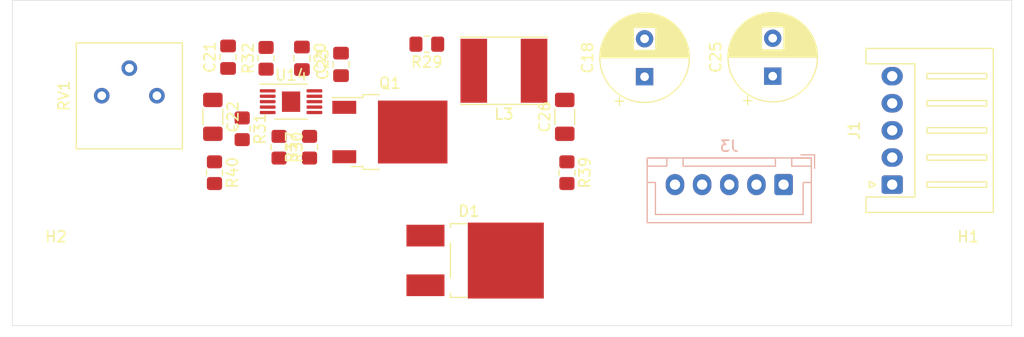
<source format=kicad_pcb>
(kicad_pcb (version 20171130) (host pcbnew 5.1.10-1.fc34)

  (general
    (thickness 1.6)
    (drawings 4)
    (tracks 0)
    (zones 0)
    (modules 23)
    (nets 25)
  )

  (page A4)
  (layers
    (0 F.Cu signal)
    (31 B.Cu signal)
    (32 B.Adhes user)
    (33 F.Adhes user)
    (34 B.Paste user)
    (35 F.Paste user)
    (36 B.SilkS user)
    (37 F.SilkS user)
    (38 B.Mask user)
    (39 F.Mask user)
    (40 Dwgs.User user)
    (41 Cmts.User user)
    (42 Eco1.User user)
    (43 Eco2.User user)
    (44 Edge.Cuts user)
    (45 Margin user)
    (46 B.CrtYd user)
    (47 F.CrtYd user)
    (48 B.Fab user)
    (49 F.Fab user)
  )

  (setup
    (last_trace_width 0.25)
    (trace_clearance 0.2)
    (zone_clearance 0.508)
    (zone_45_only no)
    (trace_min 0.2)
    (via_size 0.8)
    (via_drill 0.4)
    (via_min_size 0.4)
    (via_min_drill 0.3)
    (uvia_size 0.3)
    (uvia_drill 0.1)
    (uvias_allowed no)
    (uvia_min_size 0.2)
    (uvia_min_drill 0.1)
    (edge_width 0.05)
    (segment_width 0.2)
    (pcb_text_width 0.3)
    (pcb_text_size 1.5 1.5)
    (mod_edge_width 0.12)
    (mod_text_size 1 1)
    (mod_text_width 0.15)
    (pad_size 1.524 1.524)
    (pad_drill 0.762)
    (pad_to_mask_clearance 0)
    (aux_axis_origin 0 0)
    (visible_elements FFFFFF7F)
    (pcbplotparams
      (layerselection 0x010fc_ffffffff)
      (usegerberextensions false)
      (usegerberattributes true)
      (usegerberadvancedattributes true)
      (creategerberjobfile true)
      (excludeedgelayer true)
      (linewidth 0.100000)
      (plotframeref false)
      (viasonmask false)
      (mode 1)
      (useauxorigin false)
      (hpglpennumber 1)
      (hpglpenspeed 20)
      (hpglpendiameter 15.000000)
      (psnegative false)
      (psa4output false)
      (plotreference true)
      (plotvalue true)
      (plotinvisibletext false)
      (padsonsilk false)
      (subtractmaskfromsilk false)
      (outputformat 1)
      (mirror false)
      (drillshape 1)
      (scaleselection 1)
      (outputdirectory ""))
  )

  (net 0 "")
  (net 1 GND)
  (net 2 +48V)
  (net 3 HT)
  (net 4 "Net-(D1-Pad2)")
  (net 5 "Net-(Q1-Pad3)")
  (net 6 "Net-(Q1-Pad1)")
  (net 7 "Net-(R40-Pad1)")
  (net 8 "Net-(RV1-Pad2)")
  (net 9 "Net-(R39-Pad2)")
  (net 10 "Net-(R29-Pad2)")
  (net 11 "Net-(C23-Pad1)")
  (net 12 "Net-(R31-Pad1)")
  (net 13 "Net-(C22-Pad1)")
  (net 14 "Net-(C21-Pad1)")
  (net 15 "Net-(C20-Pad1)")
  (net 16 /g1)
  (net 17 /heater)
  (net 18 "Net-(J1-Pad2)")
  (net 19 /160v_in)
  (net 20 "Net-(J3-Pad5)")
  (net 21 "Net-(J3-Pad4)")
  (net 22 "Net-(J3-Pad3)")
  (net 23 "Net-(J3-Pad2)")
  (net 24 "Net-(J3-Pad1)")

  (net_class Default "This is the default net class."
    (clearance 0.2)
    (trace_width 0.25)
    (via_dia 0.8)
    (via_drill 0.4)
    (uvia_dia 0.3)
    (uvia_drill 0.1)
    (add_net +48V)
    (add_net /160v_in)
    (add_net /g1)
    (add_net /heater)
    (add_net GND)
    (add_net HT)
    (add_net "Net-(C20-Pad1)")
    (add_net "Net-(C21-Pad1)")
    (add_net "Net-(C22-Pad1)")
    (add_net "Net-(C23-Pad1)")
    (add_net "Net-(D1-Pad2)")
    (add_net "Net-(J1-Pad2)")
    (add_net "Net-(J3-Pad1)")
    (add_net "Net-(J3-Pad2)")
    (add_net "Net-(J3-Pad3)")
    (add_net "Net-(J3-Pad4)")
    (add_net "Net-(J3-Pad5)")
    (add_net "Net-(Q1-Pad1)")
    (add_net "Net-(Q1-Pad3)")
    (add_net "Net-(R29-Pad2)")
    (add_net "Net-(R31-Pad1)")
    (add_net "Net-(R39-Pad2)")
    (add_net "Net-(R40-Pad1)")
    (add_net "Net-(RV1-Pad2)")
  )

  (module Connector_JST:JST_XH_B5B-XH-A_1x05_P2.50mm_Vertical (layer B.Cu) (tedit 5C28146C) (tstamp 60E16171)
    (at 197 121 180)
    (descr "JST XH series connector, B5B-XH-A (http://www.jst-mfg.com/product/pdf/eng/eXH.pdf), generated with kicad-footprint-generator")
    (tags "connector JST XH vertical")
    (path /60E1DC4D)
    (fp_text reference J3 (at 5 3.55) (layer B.SilkS)
      (effects (font (size 1 1) (thickness 0.15)) (justify mirror))
    )
    (fp_text value Conn_01x05_Male (at 5 -4.6) (layer B.Fab)
      (effects (font (size 1 1) (thickness 0.15)) (justify mirror))
    )
    (fp_text user %R (at 5 -2.7) (layer B.Fab)
      (effects (font (size 1 1) (thickness 0.15)) (justify mirror))
    )
    (fp_line (start -2.45 2.35) (end -2.45 -3.4) (layer B.Fab) (width 0.1))
    (fp_line (start -2.45 -3.4) (end 12.45 -3.4) (layer B.Fab) (width 0.1))
    (fp_line (start 12.45 -3.4) (end 12.45 2.35) (layer B.Fab) (width 0.1))
    (fp_line (start 12.45 2.35) (end -2.45 2.35) (layer B.Fab) (width 0.1))
    (fp_line (start -2.56 2.46) (end -2.56 -3.51) (layer B.SilkS) (width 0.12))
    (fp_line (start -2.56 -3.51) (end 12.56 -3.51) (layer B.SilkS) (width 0.12))
    (fp_line (start 12.56 -3.51) (end 12.56 2.46) (layer B.SilkS) (width 0.12))
    (fp_line (start 12.56 2.46) (end -2.56 2.46) (layer B.SilkS) (width 0.12))
    (fp_line (start -2.95 2.85) (end -2.95 -3.9) (layer B.CrtYd) (width 0.05))
    (fp_line (start -2.95 -3.9) (end 12.95 -3.9) (layer B.CrtYd) (width 0.05))
    (fp_line (start 12.95 -3.9) (end 12.95 2.85) (layer B.CrtYd) (width 0.05))
    (fp_line (start 12.95 2.85) (end -2.95 2.85) (layer B.CrtYd) (width 0.05))
    (fp_line (start -0.625 2.35) (end 0 1.35) (layer B.Fab) (width 0.1))
    (fp_line (start 0 1.35) (end 0.625 2.35) (layer B.Fab) (width 0.1))
    (fp_line (start 0.75 2.45) (end 0.75 1.7) (layer B.SilkS) (width 0.12))
    (fp_line (start 0.75 1.7) (end 9.25 1.7) (layer B.SilkS) (width 0.12))
    (fp_line (start 9.25 1.7) (end 9.25 2.45) (layer B.SilkS) (width 0.12))
    (fp_line (start 9.25 2.45) (end 0.75 2.45) (layer B.SilkS) (width 0.12))
    (fp_line (start -2.55 2.45) (end -2.55 1.7) (layer B.SilkS) (width 0.12))
    (fp_line (start -2.55 1.7) (end -0.75 1.7) (layer B.SilkS) (width 0.12))
    (fp_line (start -0.75 1.7) (end -0.75 2.45) (layer B.SilkS) (width 0.12))
    (fp_line (start -0.75 2.45) (end -2.55 2.45) (layer B.SilkS) (width 0.12))
    (fp_line (start 10.75 2.45) (end 10.75 1.7) (layer B.SilkS) (width 0.12))
    (fp_line (start 10.75 1.7) (end 12.55 1.7) (layer B.SilkS) (width 0.12))
    (fp_line (start 12.55 1.7) (end 12.55 2.45) (layer B.SilkS) (width 0.12))
    (fp_line (start 12.55 2.45) (end 10.75 2.45) (layer B.SilkS) (width 0.12))
    (fp_line (start -2.55 0.2) (end -1.8 0.2) (layer B.SilkS) (width 0.12))
    (fp_line (start -1.8 0.2) (end -1.8 -2.75) (layer B.SilkS) (width 0.12))
    (fp_line (start -1.8 -2.75) (end 5 -2.75) (layer B.SilkS) (width 0.12))
    (fp_line (start 12.55 0.2) (end 11.8 0.2) (layer B.SilkS) (width 0.12))
    (fp_line (start 11.8 0.2) (end 11.8 -2.75) (layer B.SilkS) (width 0.12))
    (fp_line (start 11.8 -2.75) (end 5 -2.75) (layer B.SilkS) (width 0.12))
    (fp_line (start -1.6 2.75) (end -2.85 2.75) (layer B.SilkS) (width 0.12))
    (fp_line (start -2.85 2.75) (end -2.85 1.5) (layer B.SilkS) (width 0.12))
    (pad 5 thru_hole oval (at 10 0 180) (size 1.7 1.95) (drill 0.95) (layers *.Cu *.Mask)
      (net 20 "Net-(J3-Pad5)"))
    (pad 4 thru_hole oval (at 7.5 0 180) (size 1.7 1.95) (drill 0.95) (layers *.Cu *.Mask)
      (net 21 "Net-(J3-Pad4)"))
    (pad 3 thru_hole oval (at 5 0 180) (size 1.7 1.95) (drill 0.95) (layers *.Cu *.Mask)
      (net 22 "Net-(J3-Pad3)"))
    (pad 2 thru_hole oval (at 2.5 0 180) (size 1.7 1.95) (drill 0.95) (layers *.Cu *.Mask)
      (net 23 "Net-(J3-Pad2)"))
    (pad 1 thru_hole roundrect (at 0 0 180) (size 1.7 1.95) (drill 0.95) (layers *.Cu *.Mask) (roundrect_rratio 0.147059)
      (net 24 "Net-(J3-Pad1)"))
    (model ${KISYS3DMOD}/Connector_JST.3dshapes/JST_XH_B5B-XH-A_1x05_P2.50mm_Vertical.wrl
      (at (xyz 0 0 0))
      (scale (xyz 1 1 1))
      (rotate (xyz 0 0 0))
    )
  )

  (module Connector_JST:JST_XH_S5B-XH-A_1x05_P2.50mm_Horizontal (layer F.Cu) (tedit 5C281475) (tstamp 60E160EF)
    (at 207 121 90)
    (descr "JST XH series connector, S5B-XH-A (http://www.jst-mfg.com/product/pdf/eng/eXH.pdf), generated with kicad-footprint-generator")
    (tags "connector JST XH horizontal")
    (path /60E1A185)
    (fp_text reference J1 (at 5 -3.5 90) (layer F.SilkS)
      (effects (font (size 1 1) (thickness 0.15)))
    )
    (fp_text value Conn_01x05_Male (at 5 10.4 90) (layer F.Fab)
      (effects (font (size 1 1) (thickness 0.15)))
    )
    (fp_text user %R (at 5 3.45 90) (layer F.Fab)
      (effects (font (size 1 1) (thickness 0.15)))
    )
    (fp_line (start -2.95 -2.8) (end -2.95 9.7) (layer F.CrtYd) (width 0.05))
    (fp_line (start -2.95 9.7) (end 12.95 9.7) (layer F.CrtYd) (width 0.05))
    (fp_line (start 12.95 9.7) (end 12.95 -2.8) (layer F.CrtYd) (width 0.05))
    (fp_line (start 12.95 -2.8) (end -2.95 -2.8) (layer F.CrtYd) (width 0.05))
    (fp_line (start 5 9.31) (end -2.56 9.31) (layer F.SilkS) (width 0.12))
    (fp_line (start -2.56 9.31) (end -2.56 -2.41) (layer F.SilkS) (width 0.12))
    (fp_line (start -2.56 -2.41) (end -1.14 -2.41) (layer F.SilkS) (width 0.12))
    (fp_line (start -1.14 -2.41) (end -1.14 2.09) (layer F.SilkS) (width 0.12))
    (fp_line (start -1.14 2.09) (end 5 2.09) (layer F.SilkS) (width 0.12))
    (fp_line (start 5 9.31) (end 12.56 9.31) (layer F.SilkS) (width 0.12))
    (fp_line (start 12.56 9.31) (end 12.56 -2.41) (layer F.SilkS) (width 0.12))
    (fp_line (start 12.56 -2.41) (end 11.14 -2.41) (layer F.SilkS) (width 0.12))
    (fp_line (start 11.14 -2.41) (end 11.14 2.09) (layer F.SilkS) (width 0.12))
    (fp_line (start 11.14 2.09) (end 5 2.09) (layer F.SilkS) (width 0.12))
    (fp_line (start 5 9.2) (end -2.45 9.2) (layer F.Fab) (width 0.1))
    (fp_line (start -2.45 9.2) (end -2.45 -2.3) (layer F.Fab) (width 0.1))
    (fp_line (start -2.45 -2.3) (end -1.25 -2.3) (layer F.Fab) (width 0.1))
    (fp_line (start -1.25 -2.3) (end -1.25 2.2) (layer F.Fab) (width 0.1))
    (fp_line (start -1.25 2.2) (end 5 2.2) (layer F.Fab) (width 0.1))
    (fp_line (start 5 9.2) (end 12.45 9.2) (layer F.Fab) (width 0.1))
    (fp_line (start 12.45 9.2) (end 12.45 -2.3) (layer F.Fab) (width 0.1))
    (fp_line (start 12.45 -2.3) (end 11.25 -2.3) (layer F.Fab) (width 0.1))
    (fp_line (start 11.25 -2.3) (end 11.25 2.2) (layer F.Fab) (width 0.1))
    (fp_line (start 11.25 2.2) (end 5 2.2) (layer F.Fab) (width 0.1))
    (fp_line (start -0.25 3.2) (end -0.25 8.7) (layer F.SilkS) (width 0.12))
    (fp_line (start -0.25 8.7) (end 0.25 8.7) (layer F.SilkS) (width 0.12))
    (fp_line (start 0.25 8.7) (end 0.25 3.2) (layer F.SilkS) (width 0.12))
    (fp_line (start 0.25 3.2) (end -0.25 3.2) (layer F.SilkS) (width 0.12))
    (fp_line (start 2.25 3.2) (end 2.25 8.7) (layer F.SilkS) (width 0.12))
    (fp_line (start 2.25 8.7) (end 2.75 8.7) (layer F.SilkS) (width 0.12))
    (fp_line (start 2.75 8.7) (end 2.75 3.2) (layer F.SilkS) (width 0.12))
    (fp_line (start 2.75 3.2) (end 2.25 3.2) (layer F.SilkS) (width 0.12))
    (fp_line (start 4.75 3.2) (end 4.75 8.7) (layer F.SilkS) (width 0.12))
    (fp_line (start 4.75 8.7) (end 5.25 8.7) (layer F.SilkS) (width 0.12))
    (fp_line (start 5.25 8.7) (end 5.25 3.2) (layer F.SilkS) (width 0.12))
    (fp_line (start 5.25 3.2) (end 4.75 3.2) (layer F.SilkS) (width 0.12))
    (fp_line (start 7.25 3.2) (end 7.25 8.7) (layer F.SilkS) (width 0.12))
    (fp_line (start 7.25 8.7) (end 7.75 8.7) (layer F.SilkS) (width 0.12))
    (fp_line (start 7.75 8.7) (end 7.75 3.2) (layer F.SilkS) (width 0.12))
    (fp_line (start 7.75 3.2) (end 7.25 3.2) (layer F.SilkS) (width 0.12))
    (fp_line (start 9.75 3.2) (end 9.75 8.7) (layer F.SilkS) (width 0.12))
    (fp_line (start 9.75 8.7) (end 10.25 8.7) (layer F.SilkS) (width 0.12))
    (fp_line (start 10.25 8.7) (end 10.25 3.2) (layer F.SilkS) (width 0.12))
    (fp_line (start 10.25 3.2) (end 9.75 3.2) (layer F.SilkS) (width 0.12))
    (fp_line (start 0 -1.5) (end -0.3 -2.1) (layer F.SilkS) (width 0.12))
    (fp_line (start -0.3 -2.1) (end 0.3 -2.1) (layer F.SilkS) (width 0.12))
    (fp_line (start 0.3 -2.1) (end 0 -1.5) (layer F.SilkS) (width 0.12))
    (fp_line (start -0.625 2.2) (end 0 1.2) (layer F.Fab) (width 0.1))
    (fp_line (start 0 1.2) (end 0.625 2.2) (layer F.Fab) (width 0.1))
    (pad 5 thru_hole oval (at 10 0 90) (size 1.7 1.95) (drill 0.95) (layers *.Cu *.Mask)
      (net 16 /g1))
    (pad 4 thru_hole oval (at 7.5 0 90) (size 1.7 1.95) (drill 0.95) (layers *.Cu *.Mask)
      (net 17 /heater))
    (pad 3 thru_hole oval (at 5 0 90) (size 1.7 1.95) (drill 0.95) (layers *.Cu *.Mask)
      (net 1 GND))
    (pad 2 thru_hole oval (at 2.5 0 90) (size 1.7 1.95) (drill 0.95) (layers *.Cu *.Mask)
      (net 18 "Net-(J1-Pad2)"))
    (pad 1 thru_hole roundrect (at 0 0 90) (size 1.7 1.95) (drill 0.95) (layers *.Cu *.Mask) (roundrect_rratio 0.147059)
      (net 19 /160v_in))
    (model ${KISYS3DMOD}/Connector_JST.3dshapes/JST_XH_S5B-XH-A_1x05_P2.50mm_Horizontal.wrl
      (at (xyz 0 0 0))
      (scale (xyz 1 1 1))
      (rotate (xyz 0 0 0))
    )
  )

  (module MountingHole:MountingHole_3.2mm_M3 (layer F.Cu) (tedit 56D1B4CB) (tstamp 60E14D39)
    (at 130 130)
    (descr "Mounting Hole 3.2mm, no annular, M3")
    (tags "mounting hole 3.2mm no annular m3")
    (path /60E16BE7)
    (attr virtual)
    (fp_text reference H2 (at 0 -4.2) (layer F.SilkS)
      (effects (font (size 1 1) (thickness 0.15)))
    )
    (fp_text value MountingHole (at 0 4.2) (layer F.Fab)
      (effects (font (size 1 1) (thickness 0.15)))
    )
    (fp_text user %R (at 0.3 0) (layer F.Fab)
      (effects (font (size 1 1) (thickness 0.15)))
    )
    (fp_circle (center 0 0) (end 3.2 0) (layer Cmts.User) (width 0.15))
    (fp_circle (center 0 0) (end 3.45 0) (layer F.CrtYd) (width 0.05))
    (pad 1 np_thru_hole circle (at 0 0) (size 3.2 3.2) (drill 3.2) (layers *.Cu *.Mask))
  )

  (module MountingHole:MountingHole_3.2mm_M3 (layer F.Cu) (tedit 56D1B4CB) (tstamp 60E14A96)
    (at 214 130)
    (descr "Mounting Hole 3.2mm, no annular, M3")
    (tags "mounting hole 3.2mm no annular m3")
    (path /60E164B2)
    (attr virtual)
    (fp_text reference H1 (at 0 -4.2) (layer F.SilkS)
      (effects (font (size 1 1) (thickness 0.15)))
    )
    (fp_text value MountingHole (at 0 4.2) (layer F.Fab)
      (effects (font (size 1 1) (thickness 0.15)))
    )
    (fp_text user %R (at 0.3 0) (layer F.Fab)
      (effects (font (size 1 1) (thickness 0.15)))
    )
    (fp_circle (center 0 0) (end 3.2 0) (layer Cmts.User) (width 0.15))
    (fp_circle (center 0 0) (end 3.45 0) (layer F.CrtYd) (width 0.05))
    (pad 1 np_thru_hole circle (at 0 0) (size 3.2 3.2) (drill 3.2) (layers *.Cu *.Mask))
  )

  (module Package_TO_SOT_SMD:TO-252-2_TabPin1 (layer F.Cu) (tedit 5A70F4A0) (tstamp 60E13D0F)
    (at 168.6 128)
    (descr "TO-252-2, tab to pin 1 https://www.wolfspeed.com/media/downloads/87/CSD01060.pdf")
    (tags "TO-252-2 diode")
    (path /60E13622)
    (attr smd)
    (fp_text reference D1 (at -0.575 -4.55) (layer F.SilkS)
      (effects (font (size 1 1) (thickness 0.15)))
    )
    (fp_text value C3D02060E (at -0.625 4.8) (layer F.Fab)
      (effects (font (size 1 1) (thickness 0.15)))
    )
    (fp_text user %R (at -0.05 0) (layer F.Fab)
      (effects (font (size 1 1) (thickness 0.15)))
    )
    (fp_line (start -2.275 -3.05) (end -2.275 -3.4) (layer F.SilkS) (width 0.12))
    (fp_line (start -2.275 -3.4) (end -0.775 -3.4) (layer F.SilkS) (width 0.12))
    (fp_line (start -2.275 1.6) (end -2.275 -1.6) (layer F.SilkS) (width 0.12))
    (fp_line (start -0.775 3.4) (end -2.275 3.4) (layer F.SilkS) (width 0.12))
    (fp_line (start -2.275 3.4) (end -2.275 3) (layer F.SilkS) (width 0.12))
    (fp_line (start 3.805 -2.71) (end 5.005 -2.71) (layer F.Fab) (width 0.1))
    (fp_line (start 5.005 -2.71) (end 5.005 2.71) (layer F.Fab) (width 0.1))
    (fp_line (start 5.005 2.71) (end 3.795 2.71) (layer F.Fab) (width 0.1))
    (fp_line (start -2.195 1.73) (end -5.105 1.73) (layer F.Fab) (width 0.1))
    (fp_line (start -5.105 2.87) (end -2.195 2.87) (layer F.Fab) (width 0.1))
    (fp_line (start -5.105 1.73) (end -5.105 2.87) (layer F.Fab) (width 0.1))
    (fp_line (start -5.105 -2.87) (end -5.105 -1.73) (layer F.Fab) (width 0.1))
    (fp_line (start -5.105 -1.73) (end -2.195 -1.73) (layer F.Fab) (width 0.1))
    (fp_line (start -2.195 -2.87) (end -5.105 -2.87) (layer F.Fab) (width 0.1))
    (fp_line (start -2.195 3.35) (end 3.795 3.35) (layer F.Fab) (width 0.1))
    (fp_line (start 3.795 3.35) (end 3.795 -3.35) (layer F.Fab) (width 0.1))
    (fp_line (start 3.795 -3.35) (end -2.195 -3.35) (layer F.Fab) (width 0.1))
    (fp_line (start -2.195 3.35) (end -2.195 -3.35) (layer F.Fab) (width 0.1))
    (fp_line (start 6.58 -3.75) (end 6.58 3.75) (layer F.CrtYd) (width 0.05))
    (fp_line (start 6.58 -3.75) (end -6.58 -3.75) (layer F.CrtYd) (width 0.05))
    (fp_line (start -6.58 3.75) (end 6.58 3.75) (layer F.CrtYd) (width 0.05))
    (fp_line (start -6.58 3.75) (end -6.58 -3.75) (layer F.CrtYd) (width 0.05))
    (pad "" smd rect (at 4.6 1.8 270) (size 3.3 3.3) (layers F.Paste))
    (pad "" smd rect (at 1.05 1.8 270) (size 3.3 3.3) (layers F.Paste))
    (pad "" smd rect (at 4.6 -1.8 270) (size 3.3 3.3) (layers F.Paste))
    (pad "" smd rect (at 1.05 -1.8 270) (size 3.3 3.3) (layers F.Paste))
    (pad 1 smd rect (at 2.825 0) (size 7 7) (layers F.Cu F.Mask)
      (net 3 HT))
    (pad 2 smd rect (at -4.575 2.28) (size 3.5 2) (layers F.Cu F.Paste F.Mask)
      (net 4 "Net-(D1-Pad2)"))
    (pad 1 smd rect (at -4.575 -2.3) (size 3.5 2) (layers F.Cu F.Paste F.Mask)
      (net 3 HT))
    (model ${KISYS3DMOD}/Package_TO_SOT_SMD.3dshapes/TO-252-2.wrl
      (at (xyz 0 0 0))
      (scale (xyz 1 1 1))
      (rotate (xyz 0 0 0))
    )
  )

  (module Resistor_SMD:R_0805_2012Metric_Pad1.20x1.40mm_HandSolder (layer F.Cu) (tedit 5F68FEEE) (tstamp 60C9F1C5)
    (at 177.05 119.9 270)
    (descr "Resistor SMD 0805 (2012 Metric), square (rectangular) end terminal, IPC_7351 nominal with elongated pad for handsoldering. (Body size source: IPC-SM-782 page 72, https://www.pcb-3d.com/wordpress/wp-content/uploads/ipc-sm-782a_amendment_1_and_2.pdf), generated with kicad-footprint-generator")
    (tags "resistor handsolder")
    (path /5D9EC90B)
    (attr smd)
    (fp_text reference R39 (at 0 -1.65 90) (layer F.SilkS)
      (effects (font (size 1 1) (thickness 0.15)))
    )
    (fp_text value 70K (at 0 1.65 90) (layer F.Fab)
      (effects (font (size 1 1) (thickness 0.15)))
    )
    (fp_line (start 1.85 0.95) (end -1.85 0.95) (layer F.CrtYd) (width 0.05))
    (fp_line (start 1.85 -0.95) (end 1.85 0.95) (layer F.CrtYd) (width 0.05))
    (fp_line (start -1.85 -0.95) (end 1.85 -0.95) (layer F.CrtYd) (width 0.05))
    (fp_line (start -1.85 0.95) (end -1.85 -0.95) (layer F.CrtYd) (width 0.05))
    (fp_line (start -0.227064 0.735) (end 0.227064 0.735) (layer F.SilkS) (width 0.12))
    (fp_line (start -0.227064 -0.735) (end 0.227064 -0.735) (layer F.SilkS) (width 0.12))
    (fp_line (start 1 0.625) (end -1 0.625) (layer F.Fab) (width 0.1))
    (fp_line (start 1 -0.625) (end 1 0.625) (layer F.Fab) (width 0.1))
    (fp_line (start -1 -0.625) (end 1 -0.625) (layer F.Fab) (width 0.1))
    (fp_line (start -1 0.625) (end -1 -0.625) (layer F.Fab) (width 0.1))
    (fp_text user %R (at 0 0 90) (layer F.Fab)
      (effects (font (size 0.5 0.5) (thickness 0.08)))
    )
    (pad 2 smd roundrect (at 1 0 270) (size 1.2 1.4) (layers F.Cu F.Paste F.Mask) (roundrect_rratio 0.208333)
      (net 9 "Net-(R39-Pad2)"))
    (pad 1 smd roundrect (at -1 0 270) (size 1.2 1.4) (layers F.Cu F.Paste F.Mask) (roundrect_rratio 0.208333)
      (net 3 HT))
    (model ${KISYS3DMOD}/Resistor_SMD.3dshapes/R_0805_2012Metric.wrl
      (at (xyz 0 0 0))
      (scale (xyz 1 1 1))
      (rotate (xyz 0 0 0))
    )
  )

  (module Resistor_SMD:R_0805_2012Metric_Pad1.20x1.40mm_HandSolder (layer F.Cu) (tedit 5F68FEEE) (tstamp 60C9F1D6)
    (at 144.6 119.9 270)
    (descr "Resistor SMD 0805 (2012 Metric), square (rectangular) end terminal, IPC_7351 nominal with elongated pad for handsoldering. (Body size source: IPC-SM-782 page 72, https://www.pcb-3d.com/wordpress/wp-content/uploads/ipc-sm-782a_amendment_1_and_2.pdf), generated with kicad-footprint-generator")
    (tags "resistor handsolder")
    (path /5D9ECEC9)
    (attr smd)
    (fp_text reference R40 (at 0 -1.65 90) (layer F.SilkS)
      (effects (font (size 1 1) (thickness 0.15)))
    )
    (fp_text value 470 (at 0 1.65 90) (layer F.Fab)
      (effects (font (size 1 1) (thickness 0.15)))
    )
    (fp_line (start 1.85 0.95) (end -1.85 0.95) (layer F.CrtYd) (width 0.05))
    (fp_line (start 1.85 -0.95) (end 1.85 0.95) (layer F.CrtYd) (width 0.05))
    (fp_line (start -1.85 -0.95) (end 1.85 -0.95) (layer F.CrtYd) (width 0.05))
    (fp_line (start -1.85 0.95) (end -1.85 -0.95) (layer F.CrtYd) (width 0.05))
    (fp_line (start -0.227064 0.735) (end 0.227064 0.735) (layer F.SilkS) (width 0.12))
    (fp_line (start -0.227064 -0.735) (end 0.227064 -0.735) (layer F.SilkS) (width 0.12))
    (fp_line (start 1 0.625) (end -1 0.625) (layer F.Fab) (width 0.1))
    (fp_line (start 1 -0.625) (end 1 0.625) (layer F.Fab) (width 0.1))
    (fp_line (start -1 -0.625) (end 1 -0.625) (layer F.Fab) (width 0.1))
    (fp_line (start -1 0.625) (end -1 -0.625) (layer F.Fab) (width 0.1))
    (fp_text user %R (at 0 0 90) (layer F.Fab)
      (effects (font (size 0.5 0.5) (thickness 0.08)))
    )
    (pad 2 smd roundrect (at 1 0 270) (size 1.2 1.4) (layers F.Cu F.Paste F.Mask) (roundrect_rratio 0.208333)
      (net 1 GND))
    (pad 1 smd roundrect (at -1 0 270) (size 1.2 1.4) (layers F.Cu F.Paste F.Mask) (roundrect_rratio 0.208333)
      (net 7 "Net-(R40-Pad1)"))
    (model ${KISYS3DMOD}/Resistor_SMD.3dshapes/R_0805_2012Metric.wrl
      (at (xyz 0 0 0))
      (scale (xyz 1 1 1))
      (rotate (xyz 0 0 0))
    )
  )

  (module Resistor_SMD:R_0805_2012Metric_Pad1.20x1.40mm_HandSolder (layer F.Cu) (tedit 5F68FEEE) (tstamp 60C9F1B4)
    (at 153.35 117.55 90)
    (descr "Resistor SMD 0805 (2012 Metric), square (rectangular) end terminal, IPC_7351 nominal with elongated pad for handsoldering. (Body size source: IPC-SM-782 page 72, https://www.pcb-3d.com/wordpress/wp-content/uploads/ipc-sm-782a_amendment_1_and_2.pdf), generated with kicad-footprint-generator")
    (tags "resistor handsolder")
    (path /5D9EA484)
    (attr smd)
    (fp_text reference R37 (at 0 -1.65 90) (layer F.SilkS)
      (effects (font (size 1 1) (thickness 0.15)))
    )
    (fp_text value 0.01 (at 0 1.65 90) (layer F.Fab)
      (effects (font (size 1 1) (thickness 0.15)))
    )
    (fp_line (start 1.85 0.95) (end -1.85 0.95) (layer F.CrtYd) (width 0.05))
    (fp_line (start 1.85 -0.95) (end 1.85 0.95) (layer F.CrtYd) (width 0.05))
    (fp_line (start -1.85 -0.95) (end 1.85 -0.95) (layer F.CrtYd) (width 0.05))
    (fp_line (start -1.85 0.95) (end -1.85 -0.95) (layer F.CrtYd) (width 0.05))
    (fp_line (start -0.227064 0.735) (end 0.227064 0.735) (layer F.SilkS) (width 0.12))
    (fp_line (start -0.227064 -0.735) (end 0.227064 -0.735) (layer F.SilkS) (width 0.12))
    (fp_line (start 1 0.625) (end -1 0.625) (layer F.Fab) (width 0.1))
    (fp_line (start 1 -0.625) (end 1 0.625) (layer F.Fab) (width 0.1))
    (fp_line (start -1 -0.625) (end 1 -0.625) (layer F.Fab) (width 0.1))
    (fp_line (start -1 0.625) (end -1 -0.625) (layer F.Fab) (width 0.1))
    (fp_text user %R (at 0 0 90) (layer F.Fab)
      (effects (font (size 0.5 0.5) (thickness 0.08)))
    )
    (pad 2 smd roundrect (at 1 0 90) (size 1.2 1.4) (layers F.Cu F.Paste F.Mask) (roundrect_rratio 0.208333)
      (net 1 GND))
    (pad 1 smd roundrect (at -1 0 90) (size 1.2 1.4) (layers F.Cu F.Paste F.Mask) (roundrect_rratio 0.208333)
      (net 5 "Net-(Q1-Pad3)"))
    (model ${KISYS3DMOD}/Resistor_SMD.3dshapes/R_0805_2012Metric.wrl
      (at (xyz 0 0 0))
      (scale (xyz 1 1 1))
      (rotate (xyz 0 0 0))
    )
  )

  (module Resistor_SMD:R_0805_2012Metric_Pad1.20x1.40mm_HandSolder (layer F.Cu) (tedit 5F68FEEE) (tstamp 60C9F1A3)
    (at 149.35 109.35 90)
    (descr "Resistor SMD 0805 (2012 Metric), square (rectangular) end terminal, IPC_7351 nominal with elongated pad for handsoldering. (Body size source: IPC-SM-782 page 72, https://www.pcb-3d.com/wordpress/wp-content/uploads/ipc-sm-782a_amendment_1_and_2.pdf), generated with kicad-footprint-generator")
    (tags "resistor handsolder")
    (path /5D9DDAA1)
    (attr smd)
    (fp_text reference R32 (at 0 -1.65 90) (layer F.SilkS)
      (effects (font (size 1 1) (thickness 0.15)))
    )
    (fp_text value 49.9k (at 0 1.65 90) (layer F.Fab)
      (effects (font (size 1 1) (thickness 0.15)))
    )
    (fp_line (start 1.85 0.95) (end -1.85 0.95) (layer F.CrtYd) (width 0.05))
    (fp_line (start 1.85 -0.95) (end 1.85 0.95) (layer F.CrtYd) (width 0.05))
    (fp_line (start -1.85 -0.95) (end 1.85 -0.95) (layer F.CrtYd) (width 0.05))
    (fp_line (start -1.85 0.95) (end -1.85 -0.95) (layer F.CrtYd) (width 0.05))
    (fp_line (start -0.227064 0.735) (end 0.227064 0.735) (layer F.SilkS) (width 0.12))
    (fp_line (start -0.227064 -0.735) (end 0.227064 -0.735) (layer F.SilkS) (width 0.12))
    (fp_line (start 1 0.625) (end -1 0.625) (layer F.Fab) (width 0.1))
    (fp_line (start 1 -0.625) (end 1 0.625) (layer F.Fab) (width 0.1))
    (fp_line (start -1 -0.625) (end 1 -0.625) (layer F.Fab) (width 0.1))
    (fp_line (start -1 0.625) (end -1 -0.625) (layer F.Fab) (width 0.1))
    (fp_text user %R (at 0 0 90) (layer F.Fab)
      (effects (font (size 0.5 0.5) (thickness 0.08)))
    )
    (pad 2 smd roundrect (at 1 0 90) (size 1.2 1.4) (layers F.Cu F.Paste F.Mask) (roundrect_rratio 0.208333)
      (net 15 "Net-(C20-Pad1)"))
    (pad 1 smd roundrect (at -1 0 90) (size 1.2 1.4) (layers F.Cu F.Paste F.Mask) (roundrect_rratio 0.208333)
      (net 14 "Net-(C21-Pad1)"))
    (model ${KISYS3DMOD}/Resistor_SMD.3dshapes/R_0805_2012Metric.wrl
      (at (xyz 0 0 0))
      (scale (xyz 1 1 1))
      (rotate (xyz 0 0 0))
    )
  )

  (module Resistor_SMD:R_0805_2012Metric_Pad1.20x1.40mm_HandSolder (layer F.Cu) (tedit 5F68FEEE) (tstamp 60C9F192)
    (at 147.15 115.85 270)
    (descr "Resistor SMD 0805 (2012 Metric), square (rectangular) end terminal, IPC_7351 nominal with elongated pad for handsoldering. (Body size source: IPC-SM-782 page 72, https://www.pcb-3d.com/wordpress/wp-content/uploads/ipc-sm-782a_amendment_1_and_2.pdf), generated with kicad-footprint-generator")
    (tags "resistor handsolder")
    (path /5D9E07BB)
    (attr smd)
    (fp_text reference R31 (at 0 -1.65 90) (layer F.SilkS)
      (effects (font (size 1 1) (thickness 0.15)))
    )
    (fp_text value 49.9k (at 0 1.65 90) (layer F.Fab)
      (effects (font (size 1 1) (thickness 0.15)))
    )
    (fp_line (start 1.85 0.95) (end -1.85 0.95) (layer F.CrtYd) (width 0.05))
    (fp_line (start 1.85 -0.95) (end 1.85 0.95) (layer F.CrtYd) (width 0.05))
    (fp_line (start -1.85 -0.95) (end 1.85 -0.95) (layer F.CrtYd) (width 0.05))
    (fp_line (start -1.85 0.95) (end -1.85 -0.95) (layer F.CrtYd) (width 0.05))
    (fp_line (start -0.227064 0.735) (end 0.227064 0.735) (layer F.SilkS) (width 0.12))
    (fp_line (start -0.227064 -0.735) (end 0.227064 -0.735) (layer F.SilkS) (width 0.12))
    (fp_line (start 1 0.625) (end -1 0.625) (layer F.Fab) (width 0.1))
    (fp_line (start 1 -0.625) (end 1 0.625) (layer F.Fab) (width 0.1))
    (fp_line (start -1 -0.625) (end 1 -0.625) (layer F.Fab) (width 0.1))
    (fp_line (start -1 0.625) (end -1 -0.625) (layer F.Fab) (width 0.1))
    (fp_text user %R (at 0 0 90) (layer F.Fab)
      (effects (font (size 0.5 0.5) (thickness 0.08)))
    )
    (pad 2 smd roundrect (at 1 0 270) (size 1.2 1.4) (layers F.Cu F.Paste F.Mask) (roundrect_rratio 0.208333)
      (net 1 GND))
    (pad 1 smd roundrect (at -1 0 270) (size 1.2 1.4) (layers F.Cu F.Paste F.Mask) (roundrect_rratio 0.208333)
      (net 12 "Net-(R31-Pad1)"))
    (model ${KISYS3DMOD}/Resistor_SMD.3dshapes/R_0805_2012Metric.wrl
      (at (xyz 0 0 0))
      (scale (xyz 1 1 1))
      (rotate (xyz 0 0 0))
    )
  )

  (module Resistor_SMD:R_0805_2012Metric_Pad1.20x1.40mm_HandSolder (layer F.Cu) (tedit 5F68FEEE) (tstamp 60C9F181)
    (at 150.55 117.55 270)
    (descr "Resistor SMD 0805 (2012 Metric), square (rectangular) end terminal, IPC_7351 nominal with elongated pad for handsoldering. (Body size source: IPC-SM-782 page 72, https://www.pcb-3d.com/wordpress/wp-content/uploads/ipc-sm-782a_amendment_1_and_2.pdf), generated with kicad-footprint-generator")
    (tags "resistor handsolder")
    (path /5D9DC903)
    (attr smd)
    (fp_text reference R30 (at 0 -1.65 90) (layer F.SilkS)
      (effects (font (size 1 1) (thickness 0.15)))
    )
    (fp_text value 37.4k (at 0 1.65 90) (layer F.Fab)
      (effects (font (size 1 1) (thickness 0.15)))
    )
    (fp_line (start 1.85 0.95) (end -1.85 0.95) (layer F.CrtYd) (width 0.05))
    (fp_line (start 1.85 -0.95) (end 1.85 0.95) (layer F.CrtYd) (width 0.05))
    (fp_line (start -1.85 -0.95) (end 1.85 -0.95) (layer F.CrtYd) (width 0.05))
    (fp_line (start -1.85 0.95) (end -1.85 -0.95) (layer F.CrtYd) (width 0.05))
    (fp_line (start -0.227064 0.735) (end 0.227064 0.735) (layer F.SilkS) (width 0.12))
    (fp_line (start -0.227064 -0.735) (end 0.227064 -0.735) (layer F.SilkS) (width 0.12))
    (fp_line (start 1 0.625) (end -1 0.625) (layer F.Fab) (width 0.1))
    (fp_line (start 1 -0.625) (end 1 0.625) (layer F.Fab) (width 0.1))
    (fp_line (start -1 -0.625) (end 1 -0.625) (layer F.Fab) (width 0.1))
    (fp_line (start -1 0.625) (end -1 -0.625) (layer F.Fab) (width 0.1))
    (fp_text user %R (at 0 0 90) (layer F.Fab)
      (effects (font (size 0.5 0.5) (thickness 0.08)))
    )
    (pad 2 smd roundrect (at 1 0 270) (size 1.2 1.4) (layers F.Cu F.Paste F.Mask) (roundrect_rratio 0.208333)
      (net 1 GND))
    (pad 1 smd roundrect (at -1 0 270) (size 1.2 1.4) (layers F.Cu F.Paste F.Mask) (roundrect_rratio 0.208333)
      (net 10 "Net-(R29-Pad2)"))
    (model ${KISYS3DMOD}/Resistor_SMD.3dshapes/R_0805_2012Metric.wrl
      (at (xyz 0 0 0))
      (scale (xyz 1 1 1))
      (rotate (xyz 0 0 0))
    )
  )

  (module Resistor_SMD:R_0805_2012Metric_Pad1.20x1.40mm_HandSolder (layer F.Cu) (tedit 5F68FEEE) (tstamp 60C9F170)
    (at 164.15 108.05 180)
    (descr "Resistor SMD 0805 (2012 Metric), square (rectangular) end terminal, IPC_7351 nominal with elongated pad for handsoldering. (Body size source: IPC-SM-782 page 72, https://www.pcb-3d.com/wordpress/wp-content/uploads/ipc-sm-782a_amendment_1_and_2.pdf), generated with kicad-footprint-generator")
    (tags "resistor handsolder")
    (path /5DA9EC34)
    (attr smd)
    (fp_text reference R29 (at 0 -1.65) (layer F.SilkS)
      (effects (font (size 1 1) (thickness 0.15)))
    )
    (fp_text value 1M (at 0 1.65) (layer F.Fab)
      (effects (font (size 1 1) (thickness 0.15)))
    )
    (fp_line (start 1.85 0.95) (end -1.85 0.95) (layer F.CrtYd) (width 0.05))
    (fp_line (start 1.85 -0.95) (end 1.85 0.95) (layer F.CrtYd) (width 0.05))
    (fp_line (start -1.85 -0.95) (end 1.85 -0.95) (layer F.CrtYd) (width 0.05))
    (fp_line (start -1.85 0.95) (end -1.85 -0.95) (layer F.CrtYd) (width 0.05))
    (fp_line (start -0.227064 0.735) (end 0.227064 0.735) (layer F.SilkS) (width 0.12))
    (fp_line (start -0.227064 -0.735) (end 0.227064 -0.735) (layer F.SilkS) (width 0.12))
    (fp_line (start 1 0.625) (end -1 0.625) (layer F.Fab) (width 0.1))
    (fp_line (start 1 -0.625) (end 1 0.625) (layer F.Fab) (width 0.1))
    (fp_line (start -1 -0.625) (end 1 -0.625) (layer F.Fab) (width 0.1))
    (fp_line (start -1 0.625) (end -1 -0.625) (layer F.Fab) (width 0.1))
    (fp_text user %R (at 0 0) (layer F.Fab)
      (effects (font (size 0.5 0.5) (thickness 0.08)))
    )
    (pad 2 smd roundrect (at 1 0 180) (size 1.2 1.4) (layers F.Cu F.Paste F.Mask) (roundrect_rratio 0.208333)
      (net 10 "Net-(R29-Pad2)"))
    (pad 1 smd roundrect (at -1 0 180) (size 1.2 1.4) (layers F.Cu F.Paste F.Mask) (roundrect_rratio 0.208333)
      (net 2 +48V))
    (model ${KISYS3DMOD}/Resistor_SMD.3dshapes/R_0805_2012Metric.wrl
      (at (xyz 0 0 0))
      (scale (xyz 1 1 1))
      (rotate (xyz 0 0 0))
    )
  )

  (module Capacitor_SMD:C_1206_3216Metric_Pad1.33x1.80mm_HandSolder (layer F.Cu) (tedit 5F68FEEF) (tstamp 60C9F015)
    (at 176.85 114.75 90)
    (descr "Capacitor SMD 1206 (3216 Metric), square (rectangular) end terminal, IPC_7351 nominal with elongated pad for handsoldering. (Body size source: IPC-SM-782 page 76, https://www.pcb-3d.com/wordpress/wp-content/uploads/ipc-sm-782a_amendment_1_and_2.pdf), generated with kicad-footprint-generator")
    (tags "capacitor handsolder")
    (path /5D9ED8A0)
    (attr smd)
    (fp_text reference C26 (at 0 -1.85 90) (layer F.SilkS)
      (effects (font (size 1 1) (thickness 0.15)))
    )
    (fp_text value 0.1uF (at 0 1.85 90) (layer F.Fab)
      (effects (font (size 1 1) (thickness 0.15)))
    )
    (fp_line (start 2.48 1.15) (end -2.48 1.15) (layer F.CrtYd) (width 0.05))
    (fp_line (start 2.48 -1.15) (end 2.48 1.15) (layer F.CrtYd) (width 0.05))
    (fp_line (start -2.48 -1.15) (end 2.48 -1.15) (layer F.CrtYd) (width 0.05))
    (fp_line (start -2.48 1.15) (end -2.48 -1.15) (layer F.CrtYd) (width 0.05))
    (fp_line (start -0.711252 0.91) (end 0.711252 0.91) (layer F.SilkS) (width 0.12))
    (fp_line (start -0.711252 -0.91) (end 0.711252 -0.91) (layer F.SilkS) (width 0.12))
    (fp_line (start 1.6 0.8) (end -1.6 0.8) (layer F.Fab) (width 0.1))
    (fp_line (start 1.6 -0.8) (end 1.6 0.8) (layer F.Fab) (width 0.1))
    (fp_line (start -1.6 -0.8) (end 1.6 -0.8) (layer F.Fab) (width 0.1))
    (fp_line (start -1.6 0.8) (end -1.6 -0.8) (layer F.Fab) (width 0.1))
    (fp_text user %R (at 0 0 90) (layer F.Fab)
      (effects (font (size 0.8 0.8) (thickness 0.12)))
    )
    (pad 2 smd roundrect (at 1.5625 0 90) (size 1.325 1.8) (layers F.Cu F.Paste F.Mask) (roundrect_rratio 0.188679)
      (net 1 GND))
    (pad 1 smd roundrect (at -1.5625 0 90) (size 1.325 1.8) (layers F.Cu F.Paste F.Mask) (roundrect_rratio 0.188679)
      (net 3 HT))
    (model ${KISYS3DMOD}/Capacitor_SMD.3dshapes/C_1206_3216Metric.wrl
      (at (xyz 0 0 0))
      (scale (xyz 1 1 1))
      (rotate (xyz 0 0 0))
    )
  )

  (module Capacitor_SMD:C_0805_2012Metric_Pad1.18x1.45mm_HandSolder (layer F.Cu) (tedit 5F68FEEF) (tstamp 60C9EEB4)
    (at 156.25 109.9125 90)
    (descr "Capacitor SMD 0805 (2012 Metric), square (rectangular) end terminal, IPC_7351 nominal with elongated pad for handsoldering. (Body size source: IPC-SM-782 page 76, https://www.pcb-3d.com/wordpress/wp-content/uploads/ipc-sm-782a_amendment_1_and_2.pdf, https://docs.google.com/spreadsheets/d/1BsfQQcO9C6DZCsRaXUlFlo91Tg2WpOkGARC1WS5S8t0/edit?usp=sharing), generated with kicad-footprint-generator")
    (tags "capacitor handsolder")
    (path /5D9E1097)
    (attr smd)
    (fp_text reference C23 (at 0 -1.68 90) (layer F.SilkS)
      (effects (font (size 1 1) (thickness 0.15)))
    )
    (fp_text value 4.7uF (at 0 1.68 90) (layer F.Fab)
      (effects (font (size 1 1) (thickness 0.15)))
    )
    (fp_line (start 1.88 0.98) (end -1.88 0.98) (layer F.CrtYd) (width 0.05))
    (fp_line (start 1.88 -0.98) (end 1.88 0.98) (layer F.CrtYd) (width 0.05))
    (fp_line (start -1.88 -0.98) (end 1.88 -0.98) (layer F.CrtYd) (width 0.05))
    (fp_line (start -1.88 0.98) (end -1.88 -0.98) (layer F.CrtYd) (width 0.05))
    (fp_line (start -0.261252 0.735) (end 0.261252 0.735) (layer F.SilkS) (width 0.12))
    (fp_line (start -0.261252 -0.735) (end 0.261252 -0.735) (layer F.SilkS) (width 0.12))
    (fp_line (start 1 0.625) (end -1 0.625) (layer F.Fab) (width 0.1))
    (fp_line (start 1 -0.625) (end 1 0.625) (layer F.Fab) (width 0.1))
    (fp_line (start -1 -0.625) (end 1 -0.625) (layer F.Fab) (width 0.1))
    (fp_line (start -1 0.625) (end -1 -0.625) (layer F.Fab) (width 0.1))
    (fp_text user %R (at 0 0 90) (layer F.Fab)
      (effects (font (size 0.5 0.5) (thickness 0.08)))
    )
    (pad 2 smd roundrect (at 1.0375 0 90) (size 1.175 1.45) (layers F.Cu F.Paste F.Mask) (roundrect_rratio 0.212766)
      (net 1 GND))
    (pad 1 smd roundrect (at -1.0375 0 90) (size 1.175 1.45) (layers F.Cu F.Paste F.Mask) (roundrect_rratio 0.212766)
      (net 11 "Net-(C23-Pad1)"))
    (model ${KISYS3DMOD}/Capacitor_SMD.3dshapes/C_0805_2012Metric.wrl
      (at (xyz 0 0 0))
      (scale (xyz 1 1 1))
      (rotate (xyz 0 0 0))
    )
  )

  (module Capacitor_SMD:C_1206_3216Metric_Pad1.33x1.80mm_HandSolder (layer F.Cu) (tedit 5F68FEEF) (tstamp 60C9EEA3)
    (at 144.45 114.75 270)
    (descr "Capacitor SMD 1206 (3216 Metric), square (rectangular) end terminal, IPC_7351 nominal with elongated pad for handsoldering. (Body size source: IPC-SM-782 page 76, https://www.pcb-3d.com/wordpress/wp-content/uploads/ipc-sm-782a_amendment_1_and_2.pdf), generated with kicad-footprint-generator")
    (tags "capacitor handsolder")
    (path /5D9DFEAB)
    (attr smd)
    (fp_text reference C22 (at 0 -1.85 90) (layer F.SilkS)
      (effects (font (size 1 1) (thickness 0.15)))
    )
    (fp_text value 10uF (at 0 1.85 90) (layer F.Fab)
      (effects (font (size 1 1) (thickness 0.15)))
    )
    (fp_line (start 2.48 1.15) (end -2.48 1.15) (layer F.CrtYd) (width 0.05))
    (fp_line (start 2.48 -1.15) (end 2.48 1.15) (layer F.CrtYd) (width 0.05))
    (fp_line (start -2.48 -1.15) (end 2.48 -1.15) (layer F.CrtYd) (width 0.05))
    (fp_line (start -2.48 1.15) (end -2.48 -1.15) (layer F.CrtYd) (width 0.05))
    (fp_line (start -0.711252 0.91) (end 0.711252 0.91) (layer F.SilkS) (width 0.12))
    (fp_line (start -0.711252 -0.91) (end 0.711252 -0.91) (layer F.SilkS) (width 0.12))
    (fp_line (start 1.6 0.8) (end -1.6 0.8) (layer F.Fab) (width 0.1))
    (fp_line (start 1.6 -0.8) (end 1.6 0.8) (layer F.Fab) (width 0.1))
    (fp_line (start -1.6 -0.8) (end 1.6 -0.8) (layer F.Fab) (width 0.1))
    (fp_line (start -1.6 0.8) (end -1.6 -0.8) (layer F.Fab) (width 0.1))
    (fp_text user %R (at 0 0 90) (layer F.Fab)
      (effects (font (size 0.8 0.8) (thickness 0.12)))
    )
    (pad 2 smd roundrect (at 1.5625 0 270) (size 1.325 1.8) (layers F.Cu F.Paste F.Mask) (roundrect_rratio 0.188679)
      (net 1 GND))
    (pad 1 smd roundrect (at -1.5625 0 270) (size 1.325 1.8) (layers F.Cu F.Paste F.Mask) (roundrect_rratio 0.188679)
      (net 13 "Net-(C22-Pad1)"))
    (model ${KISYS3DMOD}/Capacitor_SMD.3dshapes/C_1206_3216Metric.wrl
      (at (xyz 0 0 0))
      (scale (xyz 1 1 1))
      (rotate (xyz 0 0 0))
    )
  )

  (module Capacitor_SMD:C_0805_2012Metric_Pad1.18x1.45mm_HandSolder (layer F.Cu) (tedit 5F68FEEF) (tstamp 60C9EE92)
    (at 145.85 109.25 90)
    (descr "Capacitor SMD 0805 (2012 Metric), square (rectangular) end terminal, IPC_7351 nominal with elongated pad for handsoldering. (Body size source: IPC-SM-782 page 76, https://www.pcb-3d.com/wordpress/wp-content/uploads/ipc-sm-782a_amendment_1_and_2.pdf, https://docs.google.com/spreadsheets/d/1BsfQQcO9C6DZCsRaXUlFlo91Tg2WpOkGARC1WS5S8t0/edit?usp=sharing), generated with kicad-footprint-generator")
    (tags "capacitor handsolder")
    (path /5D9DE442)
    (attr smd)
    (fp_text reference C21 (at 0 -1.68 90) (layer F.SilkS)
      (effects (font (size 1 1) (thickness 0.15)))
    )
    (fp_text value 100pF (at 0 1.68 90) (layer F.Fab)
      (effects (font (size 1 1) (thickness 0.15)))
    )
    (fp_line (start 1.88 0.98) (end -1.88 0.98) (layer F.CrtYd) (width 0.05))
    (fp_line (start 1.88 -0.98) (end 1.88 0.98) (layer F.CrtYd) (width 0.05))
    (fp_line (start -1.88 -0.98) (end 1.88 -0.98) (layer F.CrtYd) (width 0.05))
    (fp_line (start -1.88 0.98) (end -1.88 -0.98) (layer F.CrtYd) (width 0.05))
    (fp_line (start -0.261252 0.735) (end 0.261252 0.735) (layer F.SilkS) (width 0.12))
    (fp_line (start -0.261252 -0.735) (end 0.261252 -0.735) (layer F.SilkS) (width 0.12))
    (fp_line (start 1 0.625) (end -1 0.625) (layer F.Fab) (width 0.1))
    (fp_line (start 1 -0.625) (end 1 0.625) (layer F.Fab) (width 0.1))
    (fp_line (start -1 -0.625) (end 1 -0.625) (layer F.Fab) (width 0.1))
    (fp_line (start -1 0.625) (end -1 -0.625) (layer F.Fab) (width 0.1))
    (fp_text user %R (at 0 0 90) (layer F.Fab)
      (effects (font (size 0.5 0.5) (thickness 0.08)))
    )
    (pad 2 smd roundrect (at 1.0375 0 90) (size 1.175 1.45) (layers F.Cu F.Paste F.Mask) (roundrect_rratio 0.212766)
      (net 1 GND))
    (pad 1 smd roundrect (at -1.0375 0 90) (size 1.175 1.45) (layers F.Cu F.Paste F.Mask) (roundrect_rratio 0.212766)
      (net 14 "Net-(C21-Pad1)"))
    (model ${KISYS3DMOD}/Capacitor_SMD.3dshapes/C_0805_2012Metric.wrl
      (at (xyz 0 0 0))
      (scale (xyz 1 1 1))
      (rotate (xyz 0 0 0))
    )
  )

  (module Capacitor_SMD:C_0805_2012Metric_Pad1.18x1.45mm_HandSolder (layer F.Cu) (tedit 5F68FEEF) (tstamp 60C9EE81)
    (at 152.65 109.35 270)
    (descr "Capacitor SMD 0805 (2012 Metric), square (rectangular) end terminal, IPC_7351 nominal with elongated pad for handsoldering. (Body size source: IPC-SM-782 page 76, https://www.pcb-3d.com/wordpress/wp-content/uploads/ipc-sm-782a_amendment_1_and_2.pdf, https://docs.google.com/spreadsheets/d/1BsfQQcO9C6DZCsRaXUlFlo91Tg2WpOkGARC1WS5S8t0/edit?usp=sharing), generated with kicad-footprint-generator")
    (tags "capacitor handsolder")
    (path /5D9DEDB3)
    (attr smd)
    (fp_text reference C20 (at 0 -1.68 90) (layer F.SilkS)
      (effects (font (size 1 1) (thickness 0.15)))
    )
    (fp_text value 0.01uF (at 0 1.68 90) (layer F.Fab)
      (effects (font (size 1 1) (thickness 0.15)))
    )
    (fp_line (start 1.88 0.98) (end -1.88 0.98) (layer F.CrtYd) (width 0.05))
    (fp_line (start 1.88 -0.98) (end 1.88 0.98) (layer F.CrtYd) (width 0.05))
    (fp_line (start -1.88 -0.98) (end 1.88 -0.98) (layer F.CrtYd) (width 0.05))
    (fp_line (start -1.88 0.98) (end -1.88 -0.98) (layer F.CrtYd) (width 0.05))
    (fp_line (start -0.261252 0.735) (end 0.261252 0.735) (layer F.SilkS) (width 0.12))
    (fp_line (start -0.261252 -0.735) (end 0.261252 -0.735) (layer F.SilkS) (width 0.12))
    (fp_line (start 1 0.625) (end -1 0.625) (layer F.Fab) (width 0.1))
    (fp_line (start 1 -0.625) (end 1 0.625) (layer F.Fab) (width 0.1))
    (fp_line (start -1 -0.625) (end 1 -0.625) (layer F.Fab) (width 0.1))
    (fp_line (start -1 0.625) (end -1 -0.625) (layer F.Fab) (width 0.1))
    (fp_text user %R (at 0 0 90) (layer F.Fab)
      (effects (font (size 0.5 0.5) (thickness 0.08)))
    )
    (pad 2 smd roundrect (at 1.0375 0 270) (size 1.175 1.45) (layers F.Cu F.Paste F.Mask) (roundrect_rratio 0.212766)
      (net 1 GND))
    (pad 1 smd roundrect (at -1.0375 0 270) (size 1.175 1.45) (layers F.Cu F.Paste F.Mask) (roundrect_rratio 0.212766)
      (net 15 "Net-(C20-Pad1)"))
    (model ${KISYS3DMOD}/Capacitor_SMD.3dshapes/C_0805_2012Metric.wrl
      (at (xyz 0 0 0))
      (scale (xyz 1 1 1))
      (rotate (xyz 0 0 0))
    )
  )

  (module Package_SO:MSOP-10-1EP_3x3mm_P0.5mm_EP1.68x1.88mm (layer F.Cu) (tedit 5DC5FE75) (tstamp 60C99471)
    (at 151.65 113.35)
    (descr "MSOP, 10 Pin (https://www.analog.com/media/en/technical-documentation/data-sheets/3805fg.pdf#page=18), generated with kicad-footprint-generator ipc_gullwing_generator.py")
    (tags "MSOP SO")
    (path /5D9DB5D2)
    (attr smd)
    (fp_text reference U14 (at 0 -2.45) (layer F.SilkS)
      (effects (font (size 1 1) (thickness 0.15)))
    )
    (fp_text value LT3758AEMSE (at 0 2.45) (layer F.Fab)
      (effects (font (size 1 1) (thickness 0.15)))
    )
    (fp_line (start 3.12 -1.75) (end -3.12 -1.75) (layer F.CrtYd) (width 0.05))
    (fp_line (start 3.12 1.75) (end 3.12 -1.75) (layer F.CrtYd) (width 0.05))
    (fp_line (start -3.12 1.75) (end 3.12 1.75) (layer F.CrtYd) (width 0.05))
    (fp_line (start -3.12 -1.75) (end -3.12 1.75) (layer F.CrtYd) (width 0.05))
    (fp_line (start -1.5 -0.75) (end -0.75 -1.5) (layer F.Fab) (width 0.1))
    (fp_line (start -1.5 1.5) (end -1.5 -0.75) (layer F.Fab) (width 0.1))
    (fp_line (start 1.5 1.5) (end -1.5 1.5) (layer F.Fab) (width 0.1))
    (fp_line (start 1.5 -1.5) (end 1.5 1.5) (layer F.Fab) (width 0.1))
    (fp_line (start -0.75 -1.5) (end 1.5 -1.5) (layer F.Fab) (width 0.1))
    (fp_line (start 0 -1.61) (end -2.875 -1.61) (layer F.SilkS) (width 0.12))
    (fp_line (start 0 -1.61) (end 1.5 -1.61) (layer F.SilkS) (width 0.12))
    (fp_line (start 0 1.61) (end -1.5 1.61) (layer F.SilkS) (width 0.12))
    (fp_line (start 0 1.61) (end 1.5 1.61) (layer F.SilkS) (width 0.12))
    (fp_text user %R (at 0 0) (layer F.Fab)
      (effects (font (size 0.75 0.75) (thickness 0.11)))
    )
    (pad "" smd roundrect (at 0.42 0.47) (size 0.68 0.76) (layers F.Paste) (roundrect_rratio 0.25))
    (pad "" smd roundrect (at 0.42 -0.47) (size 0.68 0.76) (layers F.Paste) (roundrect_rratio 0.25))
    (pad "" smd roundrect (at -0.42 0.47) (size 0.68 0.76) (layers F.Paste) (roundrect_rratio 0.25))
    (pad "" smd roundrect (at -0.42 -0.47) (size 0.68 0.76) (layers F.Paste) (roundrect_rratio 0.25))
    (pad 11 smd rect (at 0 0) (size 1.68 1.88) (layers F.Cu F.Mask)
      (net 1 GND))
    (pad 10 smd roundrect (at 2.15 -1) (size 1.45 0.3) (layers F.Cu F.Paste F.Mask) (roundrect_rratio 0.25)
      (net 2 +48V))
    (pad 9 smd roundrect (at 2.15 -0.5) (size 1.45 0.3) (layers F.Cu F.Paste F.Mask) (roundrect_rratio 0.25)
      (net 10 "Net-(R29-Pad2)"))
    (pad 8 smd roundrect (at 2.15 0) (size 1.45 0.3) (layers F.Cu F.Paste F.Mask) (roundrect_rratio 0.25)
      (net 11 "Net-(C23-Pad1)"))
    (pad 7 smd roundrect (at 2.15 0.5) (size 1.45 0.3) (layers F.Cu F.Paste F.Mask) (roundrect_rratio 0.25)
      (net 6 "Net-(Q1-Pad1)"))
    (pad 6 smd roundrect (at 2.15 1) (size 1.45 0.3) (layers F.Cu F.Paste F.Mask) (roundrect_rratio 0.25)
      (net 5 "Net-(Q1-Pad3)"))
    (pad 5 smd roundrect (at -2.15 1) (size 1.45 0.3) (layers F.Cu F.Paste F.Mask) (roundrect_rratio 0.25)
      (net 1 GND))
    (pad 4 smd roundrect (at -2.15 0.5) (size 1.45 0.3) (layers F.Cu F.Paste F.Mask) (roundrect_rratio 0.25)
      (net 12 "Net-(R31-Pad1)"))
    (pad 3 smd roundrect (at -2.15 0) (size 1.45 0.3) (layers F.Cu F.Paste F.Mask) (roundrect_rratio 0.25)
      (net 13 "Net-(C22-Pad1)"))
    (pad 2 smd roundrect (at -2.15 -0.5) (size 1.45 0.3) (layers F.Cu F.Paste F.Mask) (roundrect_rratio 0.25)
      (net 8 "Net-(RV1-Pad2)"))
    (pad 1 smd roundrect (at -2.15 -1) (size 1.45 0.3) (layers F.Cu F.Paste F.Mask) (roundrect_rratio 0.25)
      (net 14 "Net-(C21-Pad1)"))
    (model ${KISYS3DMOD}/Package_SO.3dshapes/MSOP-10-1EP_3x3mm_P0.5mm_EP1.68x1.88mm.wrl
      (at (xyz 0 0 0))
      (scale (xyz 1 1 1))
      (rotate (xyz 0 0 0))
    )
  )

  (module Potentiometer_THT:Potentiometer_Bourns_3386P_Vertical (layer F.Cu) (tedit 5AA07388) (tstamp 60C99450)
    (at 139.3 112.8 90)
    (descr "Potentiometer, vertical, Bourns 3386P, https://www.bourns.com/pdfs/3386.pdf")
    (tags "Potentiometer vertical Bourns 3386P")
    (path /5D9EE8DD)
    (fp_text reference RV1 (at -0.015 -8.555 90) (layer F.SilkS)
      (effects (font (size 1 1) (thickness 0.15)))
    )
    (fp_text value 1k (at -0.015 3.475 90) (layer F.Fab)
      (effects (font (size 1 1) (thickness 0.15)))
    )
    (fp_line (start 5 -7.56) (end -5.03 -7.56) (layer F.CrtYd) (width 0.05))
    (fp_line (start 5 2.48) (end 5 -7.56) (layer F.CrtYd) (width 0.05))
    (fp_line (start -5.03 2.48) (end 5 2.48) (layer F.CrtYd) (width 0.05))
    (fp_line (start -5.03 -7.56) (end -5.03 2.48) (layer F.CrtYd) (width 0.05))
    (fp_line (start 4.87 -7.425) (end 4.87 2.345) (layer F.SilkS) (width 0.12))
    (fp_line (start -4.9 -7.425) (end -4.9 2.345) (layer F.SilkS) (width 0.12))
    (fp_line (start -4.9 2.345) (end 4.87 2.345) (layer F.SilkS) (width 0.12))
    (fp_line (start -4.9 -7.425) (end 4.87 -7.425) (layer F.SilkS) (width 0.12))
    (fp_line (start -0.891 -0.98) (end -0.89 -4.099) (layer F.Fab) (width 0.1))
    (fp_line (start -0.891 -0.98) (end -0.89 -4.099) (layer F.Fab) (width 0.1))
    (fp_line (start 4.75 -7.305) (end -4.78 -7.305) (layer F.Fab) (width 0.1))
    (fp_line (start 4.75 2.225) (end 4.75 -7.305) (layer F.Fab) (width 0.1))
    (fp_line (start -4.78 2.225) (end 4.75 2.225) (layer F.Fab) (width 0.1))
    (fp_line (start -4.78 -7.305) (end -4.78 2.225) (layer F.Fab) (width 0.1))
    (fp_circle (center -0.891 -2.54) (end 0.684 -2.54) (layer F.Fab) (width 0.1))
    (fp_text user %R (at -3.78 -2.54) (layer F.Fab)
      (effects (font (size 1 1) (thickness 0.15)))
    )
    (pad 1 thru_hole circle (at 0 0 90) (size 1.44 1.44) (drill 0.8) (layers *.Cu *.Mask)
      (net 7 "Net-(R40-Pad1)"))
    (pad 2 thru_hole circle (at 2.54 -2.54 90) (size 1.44 1.44) (drill 0.8) (layers *.Cu *.Mask)
      (net 8 "Net-(RV1-Pad2)"))
    (pad 3 thru_hole circle (at 0 -5.08 90) (size 1.44 1.44) (drill 0.8) (layers *.Cu *.Mask)
      (net 9 "Net-(R39-Pad2)"))
    (model ${KISYS3DMOD}/Potentiometer_THT.3dshapes/Potentiometer_Bourns_3386P_Vertical.wrl
      (at (xyz 0 0 0))
      (scale (xyz 1 1 1))
      (rotate (xyz 0 0 0))
    )
  )

  (module Package_TO_SOT_SMD:TO-252-2 (layer F.Cu) (tedit 5A70A390) (tstamp 60C99439)
    (at 160.75 116.15)
    (descr "TO-252 / DPAK SMD package, http://www.infineon.com/cms/en/product/packages/PG-TO252/PG-TO252-3-1/")
    (tags "DPAK TO-252 DPAK-3 TO-252-3 SOT-428")
    (path /60CD0A49)
    (attr smd)
    (fp_text reference Q1 (at 0 -4.5) (layer F.SilkS)
      (effects (font (size 1 1) (thickness 0.15)))
    )
    (fp_text value IPD50R3K0CE (at 0 4.5) (layer F.Fab)
      (effects (font (size 1 1) (thickness 0.15)))
    )
    (fp_line (start 5.55 -3.5) (end -5.55 -3.5) (layer F.CrtYd) (width 0.05))
    (fp_line (start 5.55 3.5) (end 5.55 -3.5) (layer F.CrtYd) (width 0.05))
    (fp_line (start -5.55 3.5) (end 5.55 3.5) (layer F.CrtYd) (width 0.05))
    (fp_line (start -5.55 -3.5) (end -5.55 3.5) (layer F.CrtYd) (width 0.05))
    (fp_line (start -2.47 3.18) (end -3.57 3.18) (layer F.SilkS) (width 0.12))
    (fp_line (start -2.47 3.45) (end -2.47 3.18) (layer F.SilkS) (width 0.12))
    (fp_line (start -0.97 3.45) (end -2.47 3.45) (layer F.SilkS) (width 0.12))
    (fp_line (start -2.47 -3.18) (end -5.3 -3.18) (layer F.SilkS) (width 0.12))
    (fp_line (start -2.47 -3.45) (end -2.47 -3.18) (layer F.SilkS) (width 0.12))
    (fp_line (start -0.97 -3.45) (end -2.47 -3.45) (layer F.SilkS) (width 0.12))
    (fp_line (start -4.97 2.655) (end -2.27 2.655) (layer F.Fab) (width 0.1))
    (fp_line (start -4.97 1.905) (end -4.97 2.655) (layer F.Fab) (width 0.1))
    (fp_line (start -2.27 1.905) (end -4.97 1.905) (layer F.Fab) (width 0.1))
    (fp_line (start -4.97 -1.905) (end -2.27 -1.905) (layer F.Fab) (width 0.1))
    (fp_line (start -4.97 -2.655) (end -4.97 -1.905) (layer F.Fab) (width 0.1))
    (fp_line (start -1.865 -2.655) (end -4.97 -2.655) (layer F.Fab) (width 0.1))
    (fp_line (start -1.27 -3.25) (end 3.95 -3.25) (layer F.Fab) (width 0.1))
    (fp_line (start -2.27 -2.25) (end -1.27 -3.25) (layer F.Fab) (width 0.1))
    (fp_line (start -2.27 3.25) (end -2.27 -2.25) (layer F.Fab) (width 0.1))
    (fp_line (start 3.95 3.25) (end -2.27 3.25) (layer F.Fab) (width 0.1))
    (fp_line (start 3.95 -3.25) (end 3.95 3.25) (layer F.Fab) (width 0.1))
    (fp_line (start 4.95 2.7) (end 3.95 2.7) (layer F.Fab) (width 0.1))
    (fp_line (start 4.95 -2.7) (end 4.95 2.7) (layer F.Fab) (width 0.1))
    (fp_line (start 3.95 -2.7) (end 4.95 -2.7) (layer F.Fab) (width 0.1))
    (fp_text user %R (at 0 0) (layer F.Fab)
      (effects (font (size 1 1) (thickness 0.15)))
    )
    (pad "" smd rect (at 0.425 1.525) (size 3.05 2.75) (layers F.Paste))
    (pad "" smd rect (at 3.775 -1.525) (size 3.05 2.75) (layers F.Paste))
    (pad "" smd rect (at 0.425 -1.525) (size 3.05 2.75) (layers F.Paste))
    (pad "" smd rect (at 3.775 1.525) (size 3.05 2.75) (layers F.Paste))
    (pad 2 smd rect (at 2.1 0) (size 6.4 5.8) (layers F.Cu F.Mask)
      (net 4 "Net-(D1-Pad2)"))
    (pad 3 smd rect (at -4.2 2.28) (size 2.2 1.2) (layers F.Cu F.Paste F.Mask)
      (net 5 "Net-(Q1-Pad3)"))
    (pad 1 smd rect (at -4.2 -2.28) (size 2.2 1.2) (layers F.Cu F.Paste F.Mask)
      (net 6 "Net-(Q1-Pad1)"))
    (model ${KISYS3DMOD}/Package_TO_SOT_SMD.3dshapes/TO-252-2.wrl
      (at (xyz 0 0 0))
      (scale (xyz 1 1 1))
      (rotate (xyz 0 0 0))
    )
  )

  (module Inductor_SMD:L_Taiyo-Yuden_NR-60xx_HandSoldering (layer F.Cu) (tedit 5990349D) (tstamp 60C99415)
    (at 171.25 110.5 180)
    (descr "Inductor, Taiyo Yuden, NR series, Taiyo-Yuden_NR-60xx, 6.0mmx6.0mm")
    (tags "inductor taiyo-yuden nr smd")
    (path /5D9EAD84)
    (attr smd)
    (fp_text reference L3 (at 0 -4) (layer F.SilkS)
      (effects (font (size 1 1) (thickness 0.15)))
    )
    (fp_text value 33uH (at 0 4.5) (layer F.Fab)
      (effects (font (size 1 1) (thickness 0.15)))
    )
    (fp_line (start 4.25 -3.25) (end -4.25 -3.25) (layer F.CrtYd) (width 0.05))
    (fp_line (start 4.25 3.25) (end 4.25 -3.25) (layer F.CrtYd) (width 0.05))
    (fp_line (start -4.25 3.25) (end 4.25 3.25) (layer F.CrtYd) (width 0.05))
    (fp_line (start -4.25 -3.25) (end -4.25 3.25) (layer F.CrtYd) (width 0.05))
    (fp_line (start -4 3.1) (end 4 3.1) (layer F.SilkS) (width 0.12))
    (fp_line (start -4 -3.1) (end 4 -3.1) (layer F.SilkS) (width 0.12))
    (fp_line (start -2 3) (end 0 3) (layer F.Fab) (width 0.1))
    (fp_line (start -3 2) (end -2 3) (layer F.Fab) (width 0.1))
    (fp_line (start -3 0) (end -3 2) (layer F.Fab) (width 0.1))
    (fp_line (start 2 3) (end 0 3) (layer F.Fab) (width 0.1))
    (fp_line (start 3 2) (end 2 3) (layer F.Fab) (width 0.1))
    (fp_line (start 3 0) (end 3 2) (layer F.Fab) (width 0.1))
    (fp_line (start 2 -3) (end 0 -3) (layer F.Fab) (width 0.1))
    (fp_line (start 3 -2) (end 2 -3) (layer F.Fab) (width 0.1))
    (fp_line (start 3 0) (end 3 -2) (layer F.Fab) (width 0.1))
    (fp_line (start -2 -3) (end 0 -3) (layer F.Fab) (width 0.1))
    (fp_line (start -3 -2) (end -2 -3) (layer F.Fab) (width 0.1))
    (fp_line (start -3 0) (end -3 -2) (layer F.Fab) (width 0.1))
    (fp_text user %R (at 0 0) (layer F.Fab)
      (effects (font (size 1 1) (thickness 0.15)))
    )
    (pad 2 smd rect (at 2.775 0 180) (size 2.45 5.9) (layers F.Cu F.Paste F.Mask)
      (net 4 "Net-(D1-Pad2)"))
    (pad 1 smd rect (at -2.775 0 180) (size 2.45 5.9) (layers F.Cu F.Paste F.Mask)
      (net 2 +48V))
    (model ${KISYS3DMOD}/Inductor_SMD.3dshapes/L_Taiyo-Yuden_NR-60xx.wrl
      (at (xyz 0 0 0))
      (scale (xyz 1 1 1))
      (rotate (xyz 0 0 0))
    )
  )

  (module Capacitor_THT:CP_Radial_D8.0mm_P3.50mm (layer F.Cu) (tedit 5AE50EF0) (tstamp 60C9938F)
    (at 196 111 90)
    (descr "CP, Radial series, Radial, pin pitch=3.50mm, , diameter=8mm, Electrolytic Capacitor")
    (tags "CP Radial series Radial pin pitch 3.50mm  diameter 8mm Electrolytic Capacitor")
    (path /5D9ED334)
    (fp_text reference C25 (at 1.75 -5.25 90) (layer F.SilkS)
      (effects (font (size 1 1) (thickness 0.15)))
    )
    (fp_text value 10uF (at 1.75 5.25 90) (layer F.Fab)
      (effects (font (size 1 1) (thickness 0.15)))
    )
    (fp_line (start -2.259698 -2.715) (end -2.259698 -1.915) (layer F.SilkS) (width 0.12))
    (fp_line (start -2.659698 -2.315) (end -1.859698 -2.315) (layer F.SilkS) (width 0.12))
    (fp_line (start 5.831 -0.533) (end 5.831 0.533) (layer F.SilkS) (width 0.12))
    (fp_line (start 5.791 -0.768) (end 5.791 0.768) (layer F.SilkS) (width 0.12))
    (fp_line (start 5.751 -0.948) (end 5.751 0.948) (layer F.SilkS) (width 0.12))
    (fp_line (start 5.711 -1.098) (end 5.711 1.098) (layer F.SilkS) (width 0.12))
    (fp_line (start 5.671 -1.229) (end 5.671 1.229) (layer F.SilkS) (width 0.12))
    (fp_line (start 5.631 -1.346) (end 5.631 1.346) (layer F.SilkS) (width 0.12))
    (fp_line (start 5.591 -1.453) (end 5.591 1.453) (layer F.SilkS) (width 0.12))
    (fp_line (start 5.551 -1.552) (end 5.551 1.552) (layer F.SilkS) (width 0.12))
    (fp_line (start 5.511 -1.645) (end 5.511 1.645) (layer F.SilkS) (width 0.12))
    (fp_line (start 5.471 -1.731) (end 5.471 1.731) (layer F.SilkS) (width 0.12))
    (fp_line (start 5.431 -1.813) (end 5.431 1.813) (layer F.SilkS) (width 0.12))
    (fp_line (start 5.391 -1.89) (end 5.391 1.89) (layer F.SilkS) (width 0.12))
    (fp_line (start 5.351 -1.964) (end 5.351 1.964) (layer F.SilkS) (width 0.12))
    (fp_line (start 5.311 -2.034) (end 5.311 2.034) (layer F.SilkS) (width 0.12))
    (fp_line (start 5.271 -2.102) (end 5.271 2.102) (layer F.SilkS) (width 0.12))
    (fp_line (start 5.231 -2.166) (end 5.231 2.166) (layer F.SilkS) (width 0.12))
    (fp_line (start 5.191 -2.228) (end 5.191 2.228) (layer F.SilkS) (width 0.12))
    (fp_line (start 5.151 -2.287) (end 5.151 2.287) (layer F.SilkS) (width 0.12))
    (fp_line (start 5.111 -2.345) (end 5.111 2.345) (layer F.SilkS) (width 0.12))
    (fp_line (start 5.071 -2.4) (end 5.071 2.4) (layer F.SilkS) (width 0.12))
    (fp_line (start 5.031 -2.454) (end 5.031 2.454) (layer F.SilkS) (width 0.12))
    (fp_line (start 4.991 -2.505) (end 4.991 2.505) (layer F.SilkS) (width 0.12))
    (fp_line (start 4.951 -2.556) (end 4.951 2.556) (layer F.SilkS) (width 0.12))
    (fp_line (start 4.911 -2.604) (end 4.911 2.604) (layer F.SilkS) (width 0.12))
    (fp_line (start 4.871 -2.651) (end 4.871 2.651) (layer F.SilkS) (width 0.12))
    (fp_line (start 4.831 -2.697) (end 4.831 2.697) (layer F.SilkS) (width 0.12))
    (fp_line (start 4.791 -2.741) (end 4.791 2.741) (layer F.SilkS) (width 0.12))
    (fp_line (start 4.751 -2.784) (end 4.751 2.784) (layer F.SilkS) (width 0.12))
    (fp_line (start 4.711 -2.826) (end 4.711 2.826) (layer F.SilkS) (width 0.12))
    (fp_line (start 4.671 -2.867) (end 4.671 2.867) (layer F.SilkS) (width 0.12))
    (fp_line (start 4.631 -2.907) (end 4.631 2.907) (layer F.SilkS) (width 0.12))
    (fp_line (start 4.591 -2.945) (end 4.591 2.945) (layer F.SilkS) (width 0.12))
    (fp_line (start 4.551 -2.983) (end 4.551 2.983) (layer F.SilkS) (width 0.12))
    (fp_line (start 4.511 1.04) (end 4.511 3.019) (layer F.SilkS) (width 0.12))
    (fp_line (start 4.511 -3.019) (end 4.511 -1.04) (layer F.SilkS) (width 0.12))
    (fp_line (start 4.471 1.04) (end 4.471 3.055) (layer F.SilkS) (width 0.12))
    (fp_line (start 4.471 -3.055) (end 4.471 -1.04) (layer F.SilkS) (width 0.12))
    (fp_line (start 4.431 1.04) (end 4.431 3.09) (layer F.SilkS) (width 0.12))
    (fp_line (start 4.431 -3.09) (end 4.431 -1.04) (layer F.SilkS) (width 0.12))
    (fp_line (start 4.391 1.04) (end 4.391 3.124) (layer F.SilkS) (width 0.12))
    (fp_line (start 4.391 -3.124) (end 4.391 -1.04) (layer F.SilkS) (width 0.12))
    (fp_line (start 4.351 1.04) (end 4.351 3.156) (layer F.SilkS) (width 0.12))
    (fp_line (start 4.351 -3.156) (end 4.351 -1.04) (layer F.SilkS) (width 0.12))
    (fp_line (start 4.311 1.04) (end 4.311 3.189) (layer F.SilkS) (width 0.12))
    (fp_line (start 4.311 -3.189) (end 4.311 -1.04) (layer F.SilkS) (width 0.12))
    (fp_line (start 4.271 1.04) (end 4.271 3.22) (layer F.SilkS) (width 0.12))
    (fp_line (start 4.271 -3.22) (end 4.271 -1.04) (layer F.SilkS) (width 0.12))
    (fp_line (start 4.231 1.04) (end 4.231 3.25) (layer F.SilkS) (width 0.12))
    (fp_line (start 4.231 -3.25) (end 4.231 -1.04) (layer F.SilkS) (width 0.12))
    (fp_line (start 4.191 1.04) (end 4.191 3.28) (layer F.SilkS) (width 0.12))
    (fp_line (start 4.191 -3.28) (end 4.191 -1.04) (layer F.SilkS) (width 0.12))
    (fp_line (start 4.151 1.04) (end 4.151 3.309) (layer F.SilkS) (width 0.12))
    (fp_line (start 4.151 -3.309) (end 4.151 -1.04) (layer F.SilkS) (width 0.12))
    (fp_line (start 4.111 1.04) (end 4.111 3.338) (layer F.SilkS) (width 0.12))
    (fp_line (start 4.111 -3.338) (end 4.111 -1.04) (layer F.SilkS) (width 0.12))
    (fp_line (start 4.071 1.04) (end 4.071 3.365) (layer F.SilkS) (width 0.12))
    (fp_line (start 4.071 -3.365) (end 4.071 -1.04) (layer F.SilkS) (width 0.12))
    (fp_line (start 4.031 1.04) (end 4.031 3.392) (layer F.SilkS) (width 0.12))
    (fp_line (start 4.031 -3.392) (end 4.031 -1.04) (layer F.SilkS) (width 0.12))
    (fp_line (start 3.991 1.04) (end 3.991 3.418) (layer F.SilkS) (width 0.12))
    (fp_line (start 3.991 -3.418) (end 3.991 -1.04) (layer F.SilkS) (width 0.12))
    (fp_line (start 3.951 1.04) (end 3.951 3.444) (layer F.SilkS) (width 0.12))
    (fp_line (start 3.951 -3.444) (end 3.951 -1.04) (layer F.SilkS) (width 0.12))
    (fp_line (start 3.911 1.04) (end 3.911 3.469) (layer F.SilkS) (width 0.12))
    (fp_line (start 3.911 -3.469) (end 3.911 -1.04) (layer F.SilkS) (width 0.12))
    (fp_line (start 3.871 1.04) (end 3.871 3.493) (layer F.SilkS) (width 0.12))
    (fp_line (start 3.871 -3.493) (end 3.871 -1.04) (layer F.SilkS) (width 0.12))
    (fp_line (start 3.831 1.04) (end 3.831 3.517) (layer F.SilkS) (width 0.12))
    (fp_line (start 3.831 -3.517) (end 3.831 -1.04) (layer F.SilkS) (width 0.12))
    (fp_line (start 3.791 1.04) (end 3.791 3.54) (layer F.SilkS) (width 0.12))
    (fp_line (start 3.791 -3.54) (end 3.791 -1.04) (layer F.SilkS) (width 0.12))
    (fp_line (start 3.751 1.04) (end 3.751 3.562) (layer F.SilkS) (width 0.12))
    (fp_line (start 3.751 -3.562) (end 3.751 -1.04) (layer F.SilkS) (width 0.12))
    (fp_line (start 3.711 1.04) (end 3.711 3.584) (layer F.SilkS) (width 0.12))
    (fp_line (start 3.711 -3.584) (end 3.711 -1.04) (layer F.SilkS) (width 0.12))
    (fp_line (start 3.671 1.04) (end 3.671 3.606) (layer F.SilkS) (width 0.12))
    (fp_line (start 3.671 -3.606) (end 3.671 -1.04) (layer F.SilkS) (width 0.12))
    (fp_line (start 3.631 1.04) (end 3.631 3.627) (layer F.SilkS) (width 0.12))
    (fp_line (start 3.631 -3.627) (end 3.631 -1.04) (layer F.SilkS) (width 0.12))
    (fp_line (start 3.591 1.04) (end 3.591 3.647) (layer F.SilkS) (width 0.12))
    (fp_line (start 3.591 -3.647) (end 3.591 -1.04) (layer F.SilkS) (width 0.12))
    (fp_line (start 3.551 1.04) (end 3.551 3.666) (layer F.SilkS) (width 0.12))
    (fp_line (start 3.551 -3.666) (end 3.551 -1.04) (layer F.SilkS) (width 0.12))
    (fp_line (start 3.511 1.04) (end 3.511 3.686) (layer F.SilkS) (width 0.12))
    (fp_line (start 3.511 -3.686) (end 3.511 -1.04) (layer F.SilkS) (width 0.12))
    (fp_line (start 3.471 1.04) (end 3.471 3.704) (layer F.SilkS) (width 0.12))
    (fp_line (start 3.471 -3.704) (end 3.471 -1.04) (layer F.SilkS) (width 0.12))
    (fp_line (start 3.431 1.04) (end 3.431 3.722) (layer F.SilkS) (width 0.12))
    (fp_line (start 3.431 -3.722) (end 3.431 -1.04) (layer F.SilkS) (width 0.12))
    (fp_line (start 3.391 1.04) (end 3.391 3.74) (layer F.SilkS) (width 0.12))
    (fp_line (start 3.391 -3.74) (end 3.391 -1.04) (layer F.SilkS) (width 0.12))
    (fp_line (start 3.351 1.04) (end 3.351 3.757) (layer F.SilkS) (width 0.12))
    (fp_line (start 3.351 -3.757) (end 3.351 -1.04) (layer F.SilkS) (width 0.12))
    (fp_line (start 3.311 1.04) (end 3.311 3.774) (layer F.SilkS) (width 0.12))
    (fp_line (start 3.311 -3.774) (end 3.311 -1.04) (layer F.SilkS) (width 0.12))
    (fp_line (start 3.271 1.04) (end 3.271 3.79) (layer F.SilkS) (width 0.12))
    (fp_line (start 3.271 -3.79) (end 3.271 -1.04) (layer F.SilkS) (width 0.12))
    (fp_line (start 3.231 1.04) (end 3.231 3.805) (layer F.SilkS) (width 0.12))
    (fp_line (start 3.231 -3.805) (end 3.231 -1.04) (layer F.SilkS) (width 0.12))
    (fp_line (start 3.191 1.04) (end 3.191 3.821) (layer F.SilkS) (width 0.12))
    (fp_line (start 3.191 -3.821) (end 3.191 -1.04) (layer F.SilkS) (width 0.12))
    (fp_line (start 3.151 1.04) (end 3.151 3.835) (layer F.SilkS) (width 0.12))
    (fp_line (start 3.151 -3.835) (end 3.151 -1.04) (layer F.SilkS) (width 0.12))
    (fp_line (start 3.111 1.04) (end 3.111 3.85) (layer F.SilkS) (width 0.12))
    (fp_line (start 3.111 -3.85) (end 3.111 -1.04) (layer F.SilkS) (width 0.12))
    (fp_line (start 3.071 1.04) (end 3.071 3.863) (layer F.SilkS) (width 0.12))
    (fp_line (start 3.071 -3.863) (end 3.071 -1.04) (layer F.SilkS) (width 0.12))
    (fp_line (start 3.031 1.04) (end 3.031 3.877) (layer F.SilkS) (width 0.12))
    (fp_line (start 3.031 -3.877) (end 3.031 -1.04) (layer F.SilkS) (width 0.12))
    (fp_line (start 2.991 1.04) (end 2.991 3.889) (layer F.SilkS) (width 0.12))
    (fp_line (start 2.991 -3.889) (end 2.991 -1.04) (layer F.SilkS) (width 0.12))
    (fp_line (start 2.951 1.04) (end 2.951 3.902) (layer F.SilkS) (width 0.12))
    (fp_line (start 2.951 -3.902) (end 2.951 -1.04) (layer F.SilkS) (width 0.12))
    (fp_line (start 2.911 1.04) (end 2.911 3.914) (layer F.SilkS) (width 0.12))
    (fp_line (start 2.911 -3.914) (end 2.911 -1.04) (layer F.SilkS) (width 0.12))
    (fp_line (start 2.871 1.04) (end 2.871 3.925) (layer F.SilkS) (width 0.12))
    (fp_line (start 2.871 -3.925) (end 2.871 -1.04) (layer F.SilkS) (width 0.12))
    (fp_line (start 2.831 1.04) (end 2.831 3.936) (layer F.SilkS) (width 0.12))
    (fp_line (start 2.831 -3.936) (end 2.831 -1.04) (layer F.SilkS) (width 0.12))
    (fp_line (start 2.791 1.04) (end 2.791 3.947) (layer F.SilkS) (width 0.12))
    (fp_line (start 2.791 -3.947) (end 2.791 -1.04) (layer F.SilkS) (width 0.12))
    (fp_line (start 2.751 1.04) (end 2.751 3.957) (layer F.SilkS) (width 0.12))
    (fp_line (start 2.751 -3.957) (end 2.751 -1.04) (layer F.SilkS) (width 0.12))
    (fp_line (start 2.711 1.04) (end 2.711 3.967) (layer F.SilkS) (width 0.12))
    (fp_line (start 2.711 -3.967) (end 2.711 -1.04) (layer F.SilkS) (width 0.12))
    (fp_line (start 2.671 1.04) (end 2.671 3.976) (layer F.SilkS) (width 0.12))
    (fp_line (start 2.671 -3.976) (end 2.671 -1.04) (layer F.SilkS) (width 0.12))
    (fp_line (start 2.631 1.04) (end 2.631 3.985) (layer F.SilkS) (width 0.12))
    (fp_line (start 2.631 -3.985) (end 2.631 -1.04) (layer F.SilkS) (width 0.12))
    (fp_line (start 2.591 1.04) (end 2.591 3.994) (layer F.SilkS) (width 0.12))
    (fp_line (start 2.591 -3.994) (end 2.591 -1.04) (layer F.SilkS) (width 0.12))
    (fp_line (start 2.551 1.04) (end 2.551 4.002) (layer F.SilkS) (width 0.12))
    (fp_line (start 2.551 -4.002) (end 2.551 -1.04) (layer F.SilkS) (width 0.12))
    (fp_line (start 2.511 1.04) (end 2.511 4.01) (layer F.SilkS) (width 0.12))
    (fp_line (start 2.511 -4.01) (end 2.511 -1.04) (layer F.SilkS) (width 0.12))
    (fp_line (start 2.471 1.04) (end 2.471 4.017) (layer F.SilkS) (width 0.12))
    (fp_line (start 2.471 -4.017) (end 2.471 -1.04) (layer F.SilkS) (width 0.12))
    (fp_line (start 2.43 -4.024) (end 2.43 4.024) (layer F.SilkS) (width 0.12))
    (fp_line (start 2.39 -4.03) (end 2.39 4.03) (layer F.SilkS) (width 0.12))
    (fp_line (start 2.35 -4.037) (end 2.35 4.037) (layer F.SilkS) (width 0.12))
    (fp_line (start 2.31 -4.042) (end 2.31 4.042) (layer F.SilkS) (width 0.12))
    (fp_line (start 2.27 -4.048) (end 2.27 4.048) (layer F.SilkS) (width 0.12))
    (fp_line (start 2.23 -4.052) (end 2.23 4.052) (layer F.SilkS) (width 0.12))
    (fp_line (start 2.19 -4.057) (end 2.19 4.057) (layer F.SilkS) (width 0.12))
    (fp_line (start 2.15 -4.061) (end 2.15 4.061) (layer F.SilkS) (width 0.12))
    (fp_line (start 2.11 -4.065) (end 2.11 4.065) (layer F.SilkS) (width 0.12))
    (fp_line (start 2.07 -4.068) (end 2.07 4.068) (layer F.SilkS) (width 0.12))
    (fp_line (start 2.03 -4.071) (end 2.03 4.071) (layer F.SilkS) (width 0.12))
    (fp_line (start 1.99 -4.074) (end 1.99 4.074) (layer F.SilkS) (width 0.12))
    (fp_line (start 1.95 -4.076) (end 1.95 4.076) (layer F.SilkS) (width 0.12))
    (fp_line (start 1.91 -4.077) (end 1.91 4.077) (layer F.SilkS) (width 0.12))
    (fp_line (start 1.87 -4.079) (end 1.87 4.079) (layer F.SilkS) (width 0.12))
    (fp_line (start 1.83 -4.08) (end 1.83 4.08) (layer F.SilkS) (width 0.12))
    (fp_line (start 1.79 -4.08) (end 1.79 4.08) (layer F.SilkS) (width 0.12))
    (fp_line (start 1.75 -4.08) (end 1.75 4.08) (layer F.SilkS) (width 0.12))
    (fp_line (start -1.276759 -2.1475) (end -1.276759 -1.3475) (layer F.Fab) (width 0.1))
    (fp_line (start -1.676759 -1.7475) (end -0.876759 -1.7475) (layer F.Fab) (width 0.1))
    (fp_circle (center 1.75 0) (end 6 0) (layer F.CrtYd) (width 0.05))
    (fp_circle (center 1.75 0) (end 5.87 0) (layer F.SilkS) (width 0.12))
    (fp_circle (center 1.75 0) (end 5.75 0) (layer F.Fab) (width 0.1))
    (fp_text user %R (at 1.75 0 90) (layer F.Fab)
      (effects (font (size 1 1) (thickness 0.15)))
    )
    (pad 2 thru_hole circle (at 3.5 0 90) (size 1.6 1.6) (drill 0.8) (layers *.Cu *.Mask)
      (net 1 GND))
    (pad 1 thru_hole rect (at 0 0 90) (size 1.6 1.6) (drill 0.8) (layers *.Cu *.Mask)
      (net 3 HT))
    (model ${KISYS3DMOD}/Capacitor_THT.3dshapes/CP_Radial_D8.0mm_P3.50mm.wrl
      (at (xyz 0 0 0))
      (scale (xyz 1 1 1))
      (rotate (xyz 0 0 0))
    )
  )

  (module Capacitor_THT:CP_Radial_D8.0mm_P3.50mm (layer F.Cu) (tedit 5AE50EF0) (tstamp 60C992E6)
    (at 184.2 111.05 90)
    (descr "CP, Radial series, Radial, pin pitch=3.50mm, , diameter=8mm, Electrolytic Capacitor")
    (tags "CP Radial series Radial pin pitch 3.50mm  diameter 8mm Electrolytic Capacitor")
    (path /5D9EE026)
    (fp_text reference C18 (at 1.75 -5.25 90) (layer F.SilkS)
      (effects (font (size 1 1) (thickness 0.15)))
    )
    (fp_text value 22uF (at 1.75 5.25 90) (layer F.Fab)
      (effects (font (size 1 1) (thickness 0.15)))
    )
    (fp_line (start -2.259698 -2.715) (end -2.259698 -1.915) (layer F.SilkS) (width 0.12))
    (fp_line (start -2.659698 -2.315) (end -1.859698 -2.315) (layer F.SilkS) (width 0.12))
    (fp_line (start 5.831 -0.533) (end 5.831 0.533) (layer F.SilkS) (width 0.12))
    (fp_line (start 5.791 -0.768) (end 5.791 0.768) (layer F.SilkS) (width 0.12))
    (fp_line (start 5.751 -0.948) (end 5.751 0.948) (layer F.SilkS) (width 0.12))
    (fp_line (start 5.711 -1.098) (end 5.711 1.098) (layer F.SilkS) (width 0.12))
    (fp_line (start 5.671 -1.229) (end 5.671 1.229) (layer F.SilkS) (width 0.12))
    (fp_line (start 5.631 -1.346) (end 5.631 1.346) (layer F.SilkS) (width 0.12))
    (fp_line (start 5.591 -1.453) (end 5.591 1.453) (layer F.SilkS) (width 0.12))
    (fp_line (start 5.551 -1.552) (end 5.551 1.552) (layer F.SilkS) (width 0.12))
    (fp_line (start 5.511 -1.645) (end 5.511 1.645) (layer F.SilkS) (width 0.12))
    (fp_line (start 5.471 -1.731) (end 5.471 1.731) (layer F.SilkS) (width 0.12))
    (fp_line (start 5.431 -1.813) (end 5.431 1.813) (layer F.SilkS) (width 0.12))
    (fp_line (start 5.391 -1.89) (end 5.391 1.89) (layer F.SilkS) (width 0.12))
    (fp_line (start 5.351 -1.964) (end 5.351 1.964) (layer F.SilkS) (width 0.12))
    (fp_line (start 5.311 -2.034) (end 5.311 2.034) (layer F.SilkS) (width 0.12))
    (fp_line (start 5.271 -2.102) (end 5.271 2.102) (layer F.SilkS) (width 0.12))
    (fp_line (start 5.231 -2.166) (end 5.231 2.166) (layer F.SilkS) (width 0.12))
    (fp_line (start 5.191 -2.228) (end 5.191 2.228) (layer F.SilkS) (width 0.12))
    (fp_line (start 5.151 -2.287) (end 5.151 2.287) (layer F.SilkS) (width 0.12))
    (fp_line (start 5.111 -2.345) (end 5.111 2.345) (layer F.SilkS) (width 0.12))
    (fp_line (start 5.071 -2.4) (end 5.071 2.4) (layer F.SilkS) (width 0.12))
    (fp_line (start 5.031 -2.454) (end 5.031 2.454) (layer F.SilkS) (width 0.12))
    (fp_line (start 4.991 -2.505) (end 4.991 2.505) (layer F.SilkS) (width 0.12))
    (fp_line (start 4.951 -2.556) (end 4.951 2.556) (layer F.SilkS) (width 0.12))
    (fp_line (start 4.911 -2.604) (end 4.911 2.604) (layer F.SilkS) (width 0.12))
    (fp_line (start 4.871 -2.651) (end 4.871 2.651) (layer F.SilkS) (width 0.12))
    (fp_line (start 4.831 -2.697) (end 4.831 2.697) (layer F.SilkS) (width 0.12))
    (fp_line (start 4.791 -2.741) (end 4.791 2.741) (layer F.SilkS) (width 0.12))
    (fp_line (start 4.751 -2.784) (end 4.751 2.784) (layer F.SilkS) (width 0.12))
    (fp_line (start 4.711 -2.826) (end 4.711 2.826) (layer F.SilkS) (width 0.12))
    (fp_line (start 4.671 -2.867) (end 4.671 2.867) (layer F.SilkS) (width 0.12))
    (fp_line (start 4.631 -2.907) (end 4.631 2.907) (layer F.SilkS) (width 0.12))
    (fp_line (start 4.591 -2.945) (end 4.591 2.945) (layer F.SilkS) (width 0.12))
    (fp_line (start 4.551 -2.983) (end 4.551 2.983) (layer F.SilkS) (width 0.12))
    (fp_line (start 4.511 1.04) (end 4.511 3.019) (layer F.SilkS) (width 0.12))
    (fp_line (start 4.511 -3.019) (end 4.511 -1.04) (layer F.SilkS) (width 0.12))
    (fp_line (start 4.471 1.04) (end 4.471 3.055) (layer F.SilkS) (width 0.12))
    (fp_line (start 4.471 -3.055) (end 4.471 -1.04) (layer F.SilkS) (width 0.12))
    (fp_line (start 4.431 1.04) (end 4.431 3.09) (layer F.SilkS) (width 0.12))
    (fp_line (start 4.431 -3.09) (end 4.431 -1.04) (layer F.SilkS) (width 0.12))
    (fp_line (start 4.391 1.04) (end 4.391 3.124) (layer F.SilkS) (width 0.12))
    (fp_line (start 4.391 -3.124) (end 4.391 -1.04) (layer F.SilkS) (width 0.12))
    (fp_line (start 4.351 1.04) (end 4.351 3.156) (layer F.SilkS) (width 0.12))
    (fp_line (start 4.351 -3.156) (end 4.351 -1.04) (layer F.SilkS) (width 0.12))
    (fp_line (start 4.311 1.04) (end 4.311 3.189) (layer F.SilkS) (width 0.12))
    (fp_line (start 4.311 -3.189) (end 4.311 -1.04) (layer F.SilkS) (width 0.12))
    (fp_line (start 4.271 1.04) (end 4.271 3.22) (layer F.SilkS) (width 0.12))
    (fp_line (start 4.271 -3.22) (end 4.271 -1.04) (layer F.SilkS) (width 0.12))
    (fp_line (start 4.231 1.04) (end 4.231 3.25) (layer F.SilkS) (width 0.12))
    (fp_line (start 4.231 -3.25) (end 4.231 -1.04) (layer F.SilkS) (width 0.12))
    (fp_line (start 4.191 1.04) (end 4.191 3.28) (layer F.SilkS) (width 0.12))
    (fp_line (start 4.191 -3.28) (end 4.191 -1.04) (layer F.SilkS) (width 0.12))
    (fp_line (start 4.151 1.04) (end 4.151 3.309) (layer F.SilkS) (width 0.12))
    (fp_line (start 4.151 -3.309) (end 4.151 -1.04) (layer F.SilkS) (width 0.12))
    (fp_line (start 4.111 1.04) (end 4.111 3.338) (layer F.SilkS) (width 0.12))
    (fp_line (start 4.111 -3.338) (end 4.111 -1.04) (layer F.SilkS) (width 0.12))
    (fp_line (start 4.071 1.04) (end 4.071 3.365) (layer F.SilkS) (width 0.12))
    (fp_line (start 4.071 -3.365) (end 4.071 -1.04) (layer F.SilkS) (width 0.12))
    (fp_line (start 4.031 1.04) (end 4.031 3.392) (layer F.SilkS) (width 0.12))
    (fp_line (start 4.031 -3.392) (end 4.031 -1.04) (layer F.SilkS) (width 0.12))
    (fp_line (start 3.991 1.04) (end 3.991 3.418) (layer F.SilkS) (width 0.12))
    (fp_line (start 3.991 -3.418) (end 3.991 -1.04) (layer F.SilkS) (width 0.12))
    (fp_line (start 3.951 1.04) (end 3.951 3.444) (layer F.SilkS) (width 0.12))
    (fp_line (start 3.951 -3.444) (end 3.951 -1.04) (layer F.SilkS) (width 0.12))
    (fp_line (start 3.911 1.04) (end 3.911 3.469) (layer F.SilkS) (width 0.12))
    (fp_line (start 3.911 -3.469) (end 3.911 -1.04) (layer F.SilkS) (width 0.12))
    (fp_line (start 3.871 1.04) (end 3.871 3.493) (layer F.SilkS) (width 0.12))
    (fp_line (start 3.871 -3.493) (end 3.871 -1.04) (layer F.SilkS) (width 0.12))
    (fp_line (start 3.831 1.04) (end 3.831 3.517) (layer F.SilkS) (width 0.12))
    (fp_line (start 3.831 -3.517) (end 3.831 -1.04) (layer F.SilkS) (width 0.12))
    (fp_line (start 3.791 1.04) (end 3.791 3.54) (layer F.SilkS) (width 0.12))
    (fp_line (start 3.791 -3.54) (end 3.791 -1.04) (layer F.SilkS) (width 0.12))
    (fp_line (start 3.751 1.04) (end 3.751 3.562) (layer F.SilkS) (width 0.12))
    (fp_line (start 3.751 -3.562) (end 3.751 -1.04) (layer F.SilkS) (width 0.12))
    (fp_line (start 3.711 1.04) (end 3.711 3.584) (layer F.SilkS) (width 0.12))
    (fp_line (start 3.711 -3.584) (end 3.711 -1.04) (layer F.SilkS) (width 0.12))
    (fp_line (start 3.671 1.04) (end 3.671 3.606) (layer F.SilkS) (width 0.12))
    (fp_line (start 3.671 -3.606) (end 3.671 -1.04) (layer F.SilkS) (width 0.12))
    (fp_line (start 3.631 1.04) (end 3.631 3.627) (layer F.SilkS) (width 0.12))
    (fp_line (start 3.631 -3.627) (end 3.631 -1.04) (layer F.SilkS) (width 0.12))
    (fp_line (start 3.591 1.04) (end 3.591 3.647) (layer F.SilkS) (width 0.12))
    (fp_line (start 3.591 -3.647) (end 3.591 -1.04) (layer F.SilkS) (width 0.12))
    (fp_line (start 3.551 1.04) (end 3.551 3.666) (layer F.SilkS) (width 0.12))
    (fp_line (start 3.551 -3.666) (end 3.551 -1.04) (layer F.SilkS) (width 0.12))
    (fp_line (start 3.511 1.04) (end 3.511 3.686) (layer F.SilkS) (width 0.12))
    (fp_line (start 3.511 -3.686) (end 3.511 -1.04) (layer F.SilkS) (width 0.12))
    (fp_line (start 3.471 1.04) (end 3.471 3.704) (layer F.SilkS) (width 0.12))
    (fp_line (start 3.471 -3.704) (end 3.471 -1.04) (layer F.SilkS) (width 0.12))
    (fp_line (start 3.431 1.04) (end 3.431 3.722) (layer F.SilkS) (width 0.12))
    (fp_line (start 3.431 -3.722) (end 3.431 -1.04) (layer F.SilkS) (width 0.12))
    (fp_line (start 3.391 1.04) (end 3.391 3.74) (layer F.SilkS) (width 0.12))
    (fp_line (start 3.391 -3.74) (end 3.391 -1.04) (layer F.SilkS) (width 0.12))
    (fp_line (start 3.351 1.04) (end 3.351 3.757) (layer F.SilkS) (width 0.12))
    (fp_line (start 3.351 -3.757) (end 3.351 -1.04) (layer F.SilkS) (width 0.12))
    (fp_line (start 3.311 1.04) (end 3.311 3.774) (layer F.SilkS) (width 0.12))
    (fp_line (start 3.311 -3.774) (end 3.311 -1.04) (layer F.SilkS) (width 0.12))
    (fp_line (start 3.271 1.04) (end 3.271 3.79) (layer F.SilkS) (width 0.12))
    (fp_line (start 3.271 -3.79) (end 3.271 -1.04) (layer F.SilkS) (width 0.12))
    (fp_line (start 3.231 1.04) (end 3.231 3.805) (layer F.SilkS) (width 0.12))
    (fp_line (start 3.231 -3.805) (end 3.231 -1.04) (layer F.SilkS) (width 0.12))
    (fp_line (start 3.191 1.04) (end 3.191 3.821) (layer F.SilkS) (width 0.12))
    (fp_line (start 3.191 -3.821) (end 3.191 -1.04) (layer F.SilkS) (width 0.12))
    (fp_line (start 3.151 1.04) (end 3.151 3.835) (layer F.SilkS) (width 0.12))
    (fp_line (start 3.151 -3.835) (end 3.151 -1.04) (layer F.SilkS) (width 0.12))
    (fp_line (start 3.111 1.04) (end 3.111 3.85) (layer F.SilkS) (width 0.12))
    (fp_line (start 3.111 -3.85) (end 3.111 -1.04) (layer F.SilkS) (width 0.12))
    (fp_line (start 3.071 1.04) (end 3.071 3.863) (layer F.SilkS) (width 0.12))
    (fp_line (start 3.071 -3.863) (end 3.071 -1.04) (layer F.SilkS) (width 0.12))
    (fp_line (start 3.031 1.04) (end 3.031 3.877) (layer F.SilkS) (width 0.12))
    (fp_line (start 3.031 -3.877) (end 3.031 -1.04) (layer F.SilkS) (width 0.12))
    (fp_line (start 2.991 1.04) (end 2.991 3.889) (layer F.SilkS) (width 0.12))
    (fp_line (start 2.991 -3.889) (end 2.991 -1.04) (layer F.SilkS) (width 0.12))
    (fp_line (start 2.951 1.04) (end 2.951 3.902) (layer F.SilkS) (width 0.12))
    (fp_line (start 2.951 -3.902) (end 2.951 -1.04) (layer F.SilkS) (width 0.12))
    (fp_line (start 2.911 1.04) (end 2.911 3.914) (layer F.SilkS) (width 0.12))
    (fp_line (start 2.911 -3.914) (end 2.911 -1.04) (layer F.SilkS) (width 0.12))
    (fp_line (start 2.871 1.04) (end 2.871 3.925) (layer F.SilkS) (width 0.12))
    (fp_line (start 2.871 -3.925) (end 2.871 -1.04) (layer F.SilkS) (width 0.12))
    (fp_line (start 2.831 1.04) (end 2.831 3.936) (layer F.SilkS) (width 0.12))
    (fp_line (start 2.831 -3.936) (end 2.831 -1.04) (layer F.SilkS) (width 0.12))
    (fp_line (start 2.791 1.04) (end 2.791 3.947) (layer F.SilkS) (width 0.12))
    (fp_line (start 2.791 -3.947) (end 2.791 -1.04) (layer F.SilkS) (width 0.12))
    (fp_line (start 2.751 1.04) (end 2.751 3.957) (layer F.SilkS) (width 0.12))
    (fp_line (start 2.751 -3.957) (end 2.751 -1.04) (layer F.SilkS) (width 0.12))
    (fp_line (start 2.711 1.04) (end 2.711 3.967) (layer F.SilkS) (width 0.12))
    (fp_line (start 2.711 -3.967) (end 2.711 -1.04) (layer F.SilkS) (width 0.12))
    (fp_line (start 2.671 1.04) (end 2.671 3.976) (layer F.SilkS) (width 0.12))
    (fp_line (start 2.671 -3.976) (end 2.671 -1.04) (layer F.SilkS) (width 0.12))
    (fp_line (start 2.631 1.04) (end 2.631 3.985) (layer F.SilkS) (width 0.12))
    (fp_line (start 2.631 -3.985) (end 2.631 -1.04) (layer F.SilkS) (width 0.12))
    (fp_line (start 2.591 1.04) (end 2.591 3.994) (layer F.SilkS) (width 0.12))
    (fp_line (start 2.591 -3.994) (end 2.591 -1.04) (layer F.SilkS) (width 0.12))
    (fp_line (start 2.551 1.04) (end 2.551 4.002) (layer F.SilkS) (width 0.12))
    (fp_line (start 2.551 -4.002) (end 2.551 -1.04) (layer F.SilkS) (width 0.12))
    (fp_line (start 2.511 1.04) (end 2.511 4.01) (layer F.SilkS) (width 0.12))
    (fp_line (start 2.511 -4.01) (end 2.511 -1.04) (layer F.SilkS) (width 0.12))
    (fp_line (start 2.471 1.04) (end 2.471 4.017) (layer F.SilkS) (width 0.12))
    (fp_line (start 2.471 -4.017) (end 2.471 -1.04) (layer F.SilkS) (width 0.12))
    (fp_line (start 2.43 -4.024) (end 2.43 4.024) (layer F.SilkS) (width 0.12))
    (fp_line (start 2.39 -4.03) (end 2.39 4.03) (layer F.SilkS) (width 0.12))
    (fp_line (start 2.35 -4.037) (end 2.35 4.037) (layer F.SilkS) (width 0.12))
    (fp_line (start 2.31 -4.042) (end 2.31 4.042) (layer F.SilkS) (width 0.12))
    (fp_line (start 2.27 -4.048) (end 2.27 4.048) (layer F.SilkS) (width 0.12))
    (fp_line (start 2.23 -4.052) (end 2.23 4.052) (layer F.SilkS) (width 0.12))
    (fp_line (start 2.19 -4.057) (end 2.19 4.057) (layer F.SilkS) (width 0.12))
    (fp_line (start 2.15 -4.061) (end 2.15 4.061) (layer F.SilkS) (width 0.12))
    (fp_line (start 2.11 -4.065) (end 2.11 4.065) (layer F.SilkS) (width 0.12))
    (fp_line (start 2.07 -4.068) (end 2.07 4.068) (layer F.SilkS) (width 0.12))
    (fp_line (start 2.03 -4.071) (end 2.03 4.071) (layer F.SilkS) (width 0.12))
    (fp_line (start 1.99 -4.074) (end 1.99 4.074) (layer F.SilkS) (width 0.12))
    (fp_line (start 1.95 -4.076) (end 1.95 4.076) (layer F.SilkS) (width 0.12))
    (fp_line (start 1.91 -4.077) (end 1.91 4.077) (layer F.SilkS) (width 0.12))
    (fp_line (start 1.87 -4.079) (end 1.87 4.079) (layer F.SilkS) (width 0.12))
    (fp_line (start 1.83 -4.08) (end 1.83 4.08) (layer F.SilkS) (width 0.12))
    (fp_line (start 1.79 -4.08) (end 1.79 4.08) (layer F.SilkS) (width 0.12))
    (fp_line (start 1.75 -4.08) (end 1.75 4.08) (layer F.SilkS) (width 0.12))
    (fp_line (start -1.276759 -2.1475) (end -1.276759 -1.3475) (layer F.Fab) (width 0.1))
    (fp_line (start -1.676759 -1.7475) (end -0.876759 -1.7475) (layer F.Fab) (width 0.1))
    (fp_circle (center 1.75 0) (end 6 0) (layer F.CrtYd) (width 0.05))
    (fp_circle (center 1.75 0) (end 5.87 0) (layer F.SilkS) (width 0.12))
    (fp_circle (center 1.75 0) (end 5.75 0) (layer F.Fab) (width 0.1))
    (fp_text user %R (at 1.75 0 90) (layer F.Fab)
      (effects (font (size 1 1) (thickness 0.15)))
    )
    (pad 2 thru_hole circle (at 3.5 0 90) (size 1.6 1.6) (drill 0.8) (layers *.Cu *.Mask)
      (net 1 GND))
    (pad 1 thru_hole rect (at 0 0 90) (size 1.6 1.6) (drill 0.8) (layers *.Cu *.Mask)
      (net 2 +48V))
    (model ${KISYS3DMOD}/Capacitor_THT.3dshapes/CP_Radial_D8.0mm_P3.50mm.wrl
      (at (xyz 0 0 0))
      (scale (xyz 1 1 1))
      (rotate (xyz 0 0 0))
    )
  )

  (gr_line (start 126 104) (end 218 104) (layer Edge.Cuts) (width 0.05) (tstamp 60CA26CD))
  (gr_line (start 126 134) (end 126 104) (layer Edge.Cuts) (width 0.05))
  (gr_line (start 218 134) (end 126 134) (layer Edge.Cuts) (width 0.05))
  (gr_line (start 218 104) (end 218 134) (layer Edge.Cuts) (width 0.05))

)

</source>
